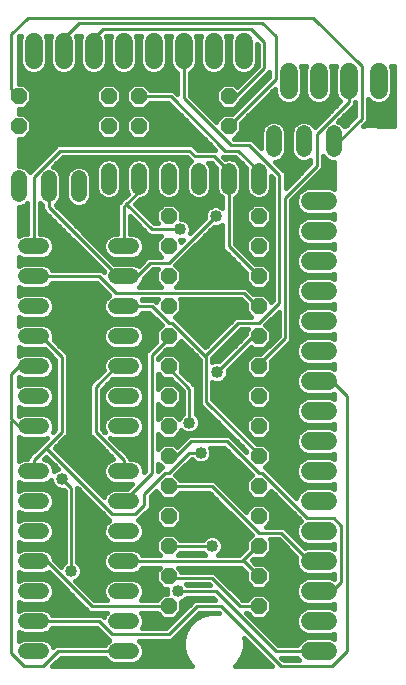
<source format=gbl>
G75*
%MOIN*%
%OFA0B0*%
%FSLAX25Y25*%
%IPPOS*%
%LPD*%
%AMOC8*
5,1,8,0,0,1.08239X$1,22.5*
%
%ADD10C,0.05200*%
%ADD11OC8,0.05200*%
%ADD12C,0.06000*%
%ADD13C,0.01000*%
%ADD14C,0.04000*%
%ADD15C,0.01600*%
D10*
X0010900Y0011000D02*
X0016100Y0011000D01*
X0016100Y0021000D02*
X0010900Y0021000D01*
X0010900Y0031000D02*
X0016100Y0031000D01*
X0016100Y0041000D02*
X0010900Y0041000D01*
X0010900Y0051000D02*
X0016100Y0051000D01*
X0016100Y0061000D02*
X0010900Y0061000D01*
X0010900Y0071000D02*
X0016100Y0071000D01*
X0016100Y0086000D02*
X0010900Y0086000D01*
X0010900Y0096000D02*
X0016100Y0096000D01*
X0016100Y0106000D02*
X0010900Y0106000D01*
X0010900Y0116000D02*
X0016100Y0116000D01*
X0016100Y0126000D02*
X0010900Y0126000D01*
X0010900Y0136000D02*
X0016100Y0136000D01*
X0016100Y0146000D02*
X0010900Y0146000D01*
X0008500Y0163400D02*
X0008500Y0168600D01*
X0018500Y0168600D02*
X0018500Y0163400D01*
X0028500Y0163400D02*
X0028500Y0168600D01*
X0038500Y0171100D02*
X0038500Y0165900D01*
X0048500Y0165900D02*
X0048500Y0171100D01*
X0058500Y0171100D02*
X0058500Y0165900D01*
X0068500Y0165900D02*
X0068500Y0171100D01*
X0078500Y0171100D02*
X0078500Y0165900D01*
X0088500Y0165900D02*
X0088500Y0171100D01*
X0093500Y0178400D02*
X0093500Y0183600D01*
X0103500Y0183600D02*
X0103500Y0178400D01*
X0113500Y0178400D02*
X0113500Y0183600D01*
X0046100Y0146000D02*
X0040900Y0146000D01*
X0040900Y0136000D02*
X0046100Y0136000D01*
X0046100Y0126000D02*
X0040900Y0126000D01*
X0040900Y0116000D02*
X0046100Y0116000D01*
X0046100Y0106000D02*
X0040900Y0106000D01*
X0040900Y0096000D02*
X0046100Y0096000D01*
X0046100Y0086000D02*
X0040900Y0086000D01*
X0040900Y0071000D02*
X0046100Y0071000D01*
X0046100Y0061000D02*
X0040900Y0061000D01*
X0040900Y0051000D02*
X0046100Y0051000D01*
X0046100Y0041000D02*
X0040900Y0041000D01*
X0040900Y0031000D02*
X0046100Y0031000D01*
X0046100Y0021000D02*
X0040900Y0021000D01*
X0040900Y0011000D02*
X0046100Y0011000D01*
D11*
X0058500Y0026000D03*
X0058500Y0036000D03*
X0058500Y0046000D03*
X0058500Y0056000D03*
X0058500Y0066000D03*
X0058500Y0076000D03*
X0058500Y0086000D03*
X0058500Y0096000D03*
X0058500Y0106000D03*
X0058500Y0116000D03*
X0058500Y0126000D03*
X0058500Y0136000D03*
X0058500Y0146000D03*
X0058500Y0156000D03*
X0048500Y0186000D03*
X0048500Y0196000D03*
X0038500Y0196000D03*
X0038500Y0186000D03*
X0008500Y0186000D03*
X0008500Y0196000D03*
X0078500Y0196000D03*
X0078500Y0186000D03*
X0088500Y0156000D03*
X0088500Y0146000D03*
X0088500Y0136000D03*
X0088500Y0126000D03*
X0088500Y0116000D03*
X0088500Y0106000D03*
X0088500Y0096000D03*
X0088500Y0086000D03*
X0088500Y0076000D03*
X0088500Y0066000D03*
X0088500Y0056000D03*
X0088500Y0046000D03*
X0088500Y0036000D03*
X0088500Y0026000D03*
D12*
X0105500Y0021000D02*
X0111500Y0021000D01*
X0111500Y0011000D02*
X0105500Y0011000D01*
X0105500Y0031000D02*
X0111500Y0031000D01*
X0111500Y0041000D02*
X0105500Y0041000D01*
X0105500Y0051000D02*
X0111500Y0051000D01*
X0111500Y0061000D02*
X0105500Y0061000D01*
X0105500Y0071000D02*
X0111500Y0071000D01*
X0111500Y0081000D02*
X0105500Y0081000D01*
X0105500Y0091000D02*
X0111500Y0091000D01*
X0111500Y0101000D02*
X0105500Y0101000D01*
X0105500Y0111000D02*
X0111500Y0111000D01*
X0111500Y0121000D02*
X0105500Y0121000D01*
X0105500Y0131000D02*
X0111500Y0131000D01*
X0111500Y0141000D02*
X0105500Y0141000D01*
X0105500Y0151000D02*
X0111500Y0151000D01*
X0111500Y0161000D02*
X0105500Y0161000D01*
X0108500Y0198000D02*
X0108500Y0204000D01*
X0098500Y0204000D02*
X0098500Y0198000D01*
X0083500Y0208000D02*
X0083500Y0214000D01*
X0073500Y0214000D02*
X0073500Y0208000D01*
X0063500Y0208000D02*
X0063500Y0214000D01*
X0053500Y0214000D02*
X0053500Y0208000D01*
X0043500Y0208000D02*
X0043500Y0214000D01*
X0033500Y0214000D02*
X0033500Y0208000D01*
X0023500Y0208000D02*
X0023500Y0214000D01*
X0013500Y0214000D02*
X0013500Y0208000D01*
X0118500Y0204000D02*
X0118500Y0198000D01*
X0128500Y0198000D02*
X0128500Y0204000D01*
D13*
X0006000Y0087875D02*
X0006000Y0010375D01*
X0010375Y0006000D01*
X0016625Y0006000D01*
X0021625Y0011000D01*
X0043500Y0011000D01*
X0039750Y0016625D02*
X0058500Y0016625D01*
X0067875Y0026000D01*
X0076000Y0026000D01*
X0096000Y0006000D01*
X0112875Y0006000D01*
X0117875Y0011000D01*
X0117875Y0096000D01*
X0112875Y0101000D01*
X0108500Y0101000D01*
X0097250Y0115375D02*
X0088500Y0106625D01*
X0088500Y0106000D01*
X0088500Y0116000D02*
X0086625Y0116000D01*
X0074750Y0104125D01*
X0071000Y0109125D02*
X0071000Y0094125D01*
X0088500Y0076625D01*
X0088500Y0076000D01*
X0088500Y0070375D02*
X0089750Y0070375D01*
X0104750Y0055375D01*
X0113500Y0055375D01*
X0116000Y0052875D01*
X0116000Y0034125D01*
X0112875Y0031000D01*
X0108500Y0031000D01*
X0108500Y0041000D02*
X0105375Y0041000D01*
X0096000Y0050375D01*
X0088500Y0050375D01*
X0072875Y0066000D01*
X0058500Y0066000D01*
X0058500Y0070375D02*
X0057250Y0070375D01*
X0050375Y0063500D01*
X0050375Y0059750D01*
X0047250Y0056625D01*
X0039750Y0056625D01*
X0017563Y0078813D01*
X0013500Y0074750D01*
X0013500Y0071000D01*
X0017563Y0078813D02*
X0022875Y0084125D01*
X0022875Y0109125D01*
X0016000Y0116000D01*
X0013500Y0116000D01*
X0013500Y0106000D02*
X0008500Y0106000D01*
X0006000Y0103500D01*
X0006000Y0088500D01*
X0006312Y0088187D01*
X0006000Y0087875D01*
X0006312Y0088187D02*
X0008500Y0086000D01*
X0013500Y0086000D01*
X0022875Y0068500D02*
X0026000Y0065375D01*
X0026000Y0037875D01*
X0017875Y0041000D02*
X0032875Y0026000D01*
X0058500Y0026000D01*
X0061625Y0031000D02*
X0074125Y0031000D01*
X0094125Y0011000D01*
X0108500Y0011000D01*
X0088500Y0026000D02*
X0082250Y0026000D01*
X0072875Y0035375D01*
X0059125Y0035375D01*
X0058500Y0036000D01*
X0058500Y0046000D02*
X0072875Y0046000D01*
X0082875Y0041000D02*
X0083188Y0041313D01*
X0088500Y0036000D01*
X0083188Y0041313D02*
X0087875Y0046000D01*
X0088500Y0046000D01*
X0082875Y0041000D02*
X0043500Y0041000D01*
X0043500Y0061000D02*
X0052875Y0070375D01*
X0052875Y0109750D01*
X0058500Y0115375D01*
X0058500Y0116000D01*
X0058500Y0120375D02*
X0059750Y0120375D01*
X0070688Y0109437D01*
X0081625Y0120375D01*
X0088500Y0120375D01*
X0095375Y0127250D01*
X0095375Y0169750D01*
X0085375Y0179750D01*
X0079125Y0179750D01*
X0063500Y0195375D01*
X0063500Y0211000D01*
X0059125Y0196000D02*
X0077250Y0177875D01*
X0081625Y0177875D01*
X0088500Y0171000D01*
X0088500Y0168500D01*
X0097250Y0162250D02*
X0097250Y0115375D01*
X0088500Y0126000D02*
X0087875Y0126000D01*
X0083500Y0130375D01*
X0041000Y0130375D01*
X0035375Y0136000D01*
X0013500Y0136000D01*
X0013500Y0146000D02*
X0013500Y0169125D01*
X0022250Y0177875D01*
X0065375Y0177875D01*
X0067250Y0176000D01*
X0073500Y0176000D01*
X0078500Y0171000D01*
X0078500Y0168500D01*
X0078500Y0146000D01*
X0088500Y0136000D01*
X0074125Y0156000D02*
X0058500Y0140375D01*
X0052250Y0140375D01*
X0047875Y0136000D01*
X0043500Y0136000D01*
X0041625Y0136000D01*
X0018500Y0159125D01*
X0018500Y0166000D01*
X0008500Y0196000D02*
X0006000Y0198500D01*
X0006000Y0216625D01*
X0011625Y0222250D01*
X0106625Y0222250D01*
X0122875Y0206000D01*
X0122875Y0188500D01*
X0115375Y0181000D01*
X0113500Y0181000D01*
X0107875Y0183500D02*
X0107875Y0172875D01*
X0097250Y0162250D01*
X0107875Y0183500D02*
X0118500Y0194125D01*
X0118500Y0201000D01*
X0094125Y0201625D02*
X0094125Y0216000D01*
X0089750Y0220375D01*
X0028500Y0220375D01*
X0023500Y0215375D01*
X0023500Y0211000D01*
X0033500Y0211000D02*
X0033500Y0215375D01*
X0036625Y0218500D01*
X0086000Y0218500D01*
X0090375Y0214125D01*
X0090375Y0205375D01*
X0081000Y0196000D01*
X0078500Y0196000D01*
X0078500Y0186000D02*
X0094125Y0201625D01*
X0062250Y0151625D02*
X0052875Y0151625D01*
X0044437Y0160063D01*
X0043500Y0159125D01*
X0043500Y0146000D01*
X0044437Y0160063D02*
X0048500Y0164125D01*
X0048500Y0168500D01*
X0048500Y0196000D02*
X0059125Y0196000D01*
X0052875Y0126000D02*
X0043500Y0126000D01*
X0052875Y0126000D02*
X0058500Y0120375D01*
X0058500Y0106000D02*
X0058500Y0105375D01*
X0065375Y0098500D01*
X0065375Y0087250D01*
X0066000Y0081000D02*
X0077875Y0081000D01*
X0088500Y0070375D01*
X0069125Y0077250D02*
X0065375Y0077250D01*
X0058500Y0070375D01*
X0058500Y0076000D02*
X0061000Y0076000D01*
X0066000Y0081000D01*
X0071000Y0109125D02*
X0070688Y0109437D01*
X0043500Y0106000D02*
X0041000Y0106000D01*
X0034125Y0099125D01*
X0034125Y0084125D01*
X0043500Y0074750D01*
X0043500Y0071000D01*
X0017875Y0041000D02*
X0013500Y0041000D01*
X0013500Y0021000D02*
X0035375Y0021000D01*
X0039750Y0016625D01*
D14*
X0026000Y0037875D03*
X0022875Y0068500D03*
X0061625Y0031000D03*
X0072875Y0046000D03*
X0069125Y0077250D03*
X0065375Y0087250D03*
X0074750Y0104125D03*
X0062250Y0151625D03*
X0074125Y0156000D03*
D15*
X0075948Y0152859D02*
X0076400Y0152859D01*
X0076164Y0152948D02*
X0076400Y0153184D01*
X0076400Y0145130D01*
X0077630Y0143900D01*
X0084300Y0137230D01*
X0084300Y0134260D01*
X0086760Y0131800D01*
X0090240Y0131800D01*
X0092700Y0134260D01*
X0092700Y0137740D01*
X0090240Y0140200D01*
X0087270Y0140200D01*
X0080600Y0146870D01*
X0080600Y0162224D01*
X0080879Y0162339D01*
X0082061Y0163521D01*
X0082700Y0165065D01*
X0082700Y0171935D01*
X0082061Y0173479D01*
X0080879Y0174661D01*
X0079335Y0175300D01*
X0077665Y0175300D01*
X0077315Y0175155D01*
X0076695Y0175775D01*
X0080755Y0175775D01*
X0084386Y0172144D01*
X0084300Y0171935D01*
X0084300Y0165065D01*
X0084939Y0163521D01*
X0086121Y0162339D01*
X0087665Y0161700D01*
X0089335Y0161700D01*
X0090879Y0162339D01*
X0092061Y0163521D01*
X0092700Y0165065D01*
X0092700Y0169455D01*
X0093275Y0168880D01*
X0093275Y0128120D01*
X0092700Y0127545D01*
X0092700Y0127740D01*
X0090240Y0130200D01*
X0086760Y0130200D01*
X0086703Y0130142D01*
X0084370Y0132475D01*
X0060915Y0132475D01*
X0062700Y0134260D01*
X0062700Y0137740D01*
X0060767Y0139672D01*
X0073495Y0152400D01*
X0074841Y0152400D01*
X0076164Y0152948D01*
X0076400Y0151260D02*
X0072355Y0151260D01*
X0070756Y0149662D02*
X0076400Y0149662D01*
X0076400Y0148063D02*
X0069158Y0148063D01*
X0067559Y0146465D02*
X0076400Y0146465D01*
X0076664Y0144866D02*
X0065961Y0144866D01*
X0064362Y0143268D02*
X0078263Y0143268D01*
X0079861Y0141669D02*
X0062764Y0141669D01*
X0061165Y0140070D02*
X0081460Y0140070D01*
X0083058Y0138472D02*
X0061968Y0138472D01*
X0062700Y0136873D02*
X0084300Y0136873D01*
X0084300Y0135275D02*
X0062700Y0135275D01*
X0062116Y0133676D02*
X0084884Y0133676D01*
X0084767Y0132078D02*
X0086482Y0132078D01*
X0086365Y0130479D02*
X0093275Y0130479D01*
X0093275Y0128881D02*
X0091559Y0128881D01*
X0090518Y0132078D02*
X0093275Y0132078D01*
X0093275Y0133676D02*
X0092116Y0133676D01*
X0092700Y0135275D02*
X0093275Y0135275D01*
X0093275Y0136873D02*
X0092700Y0136873D01*
X0093275Y0138472D02*
X0091968Y0138472D01*
X0093275Y0140070D02*
X0090369Y0140070D01*
X0090240Y0141800D02*
X0092700Y0144260D01*
X0092700Y0147740D01*
X0090240Y0150200D01*
X0086760Y0150200D01*
X0084300Y0147740D01*
X0084300Y0144260D01*
X0086760Y0141800D01*
X0090240Y0141800D01*
X0091707Y0143268D02*
X0093275Y0143268D01*
X0093275Y0144866D02*
X0092700Y0144866D01*
X0092700Y0146465D02*
X0093275Y0146465D01*
X0093275Y0148063D02*
X0092377Y0148063D01*
X0093275Y0149662D02*
X0090778Y0149662D01*
X0090240Y0151800D02*
X0092700Y0154260D01*
X0092700Y0157740D01*
X0090240Y0160200D01*
X0086760Y0160200D01*
X0084300Y0157740D01*
X0084300Y0154260D01*
X0086760Y0151800D01*
X0090240Y0151800D01*
X0091298Y0152859D02*
X0093275Y0152859D01*
X0093275Y0154457D02*
X0092700Y0154457D01*
X0092700Y0156056D02*
X0093275Y0156056D01*
X0093275Y0157654D02*
X0092700Y0157654D01*
X0093275Y0159253D02*
X0091187Y0159253D01*
X0090989Y0162450D02*
X0093275Y0162450D01*
X0093275Y0164048D02*
X0092279Y0164048D01*
X0092700Y0165647D02*
X0093275Y0165647D01*
X0093275Y0167245D02*
X0092700Y0167245D01*
X0092700Y0168844D02*
X0093275Y0168844D01*
X0096245Y0171850D02*
X0093895Y0174200D01*
X0094335Y0174200D01*
X0095879Y0174839D01*
X0097061Y0176021D01*
X0097700Y0177565D01*
X0097700Y0184435D01*
X0097061Y0185979D01*
X0095879Y0187161D01*
X0094335Y0187800D01*
X0092665Y0187800D01*
X0091121Y0187161D01*
X0089939Y0185979D01*
X0089300Y0184435D01*
X0089300Y0178795D01*
X0086245Y0181850D01*
X0080290Y0181850D01*
X0082700Y0184260D01*
X0082700Y0187230D01*
X0093900Y0198430D01*
X0093900Y0197085D01*
X0094600Y0195394D01*
X0095894Y0194100D01*
X0097585Y0193400D01*
X0099415Y0193400D01*
X0101106Y0194100D01*
X0102400Y0195394D01*
X0103100Y0197085D01*
X0103100Y0204915D01*
X0102651Y0206000D01*
X0104349Y0206000D01*
X0103900Y0204915D01*
X0103900Y0197085D01*
X0104600Y0195394D01*
X0105894Y0194100D01*
X0107585Y0193400D01*
X0109415Y0193400D01*
X0111106Y0194100D01*
X0112400Y0195394D01*
X0113100Y0197085D01*
X0113100Y0204915D01*
X0112651Y0206000D01*
X0114349Y0206000D01*
X0113900Y0204915D01*
X0113900Y0197085D01*
X0114600Y0195394D01*
X0115700Y0194295D01*
X0107155Y0185750D01*
X0107061Y0185979D01*
X0105879Y0187161D01*
X0104335Y0187800D01*
X0102665Y0187800D01*
X0101121Y0187161D01*
X0099939Y0185979D01*
X0099300Y0184435D01*
X0099300Y0177565D01*
X0099939Y0176021D01*
X0101121Y0174839D01*
X0102665Y0174200D01*
X0104335Y0174200D01*
X0105775Y0174796D01*
X0105775Y0173745D01*
X0097475Y0165445D01*
X0097475Y0170620D01*
X0096245Y0171850D01*
X0096054Y0172041D02*
X0104071Y0172041D01*
X0105669Y0173639D02*
X0094456Y0173639D01*
X0096277Y0175238D02*
X0100723Y0175238D01*
X0099602Y0176836D02*
X0097398Y0176836D01*
X0097700Y0178435D02*
X0099300Y0178435D01*
X0099300Y0180033D02*
X0097700Y0180033D01*
X0097700Y0181632D02*
X0099300Y0181632D01*
X0099300Y0183230D02*
X0097700Y0183230D01*
X0097537Y0184829D02*
X0099463Y0184829D01*
X0100388Y0186427D02*
X0096612Y0186427D01*
X0095575Y0194420D02*
X0089890Y0194420D01*
X0091488Y0196018D02*
X0094342Y0196018D01*
X0093900Y0197617D02*
X0093087Y0197617D01*
X0090344Y0200814D02*
X0088784Y0200814D01*
X0088746Y0199215D02*
X0087185Y0199215D01*
X0087147Y0197617D02*
X0085587Y0197617D01*
X0085549Y0196018D02*
X0083988Y0196018D01*
X0083950Y0194420D02*
X0082700Y0194420D01*
X0082700Y0194260D02*
X0082700Y0194730D01*
X0091245Y0203275D01*
X0092025Y0204055D01*
X0092025Y0202495D01*
X0079730Y0190200D01*
X0076760Y0190200D01*
X0074300Y0187740D01*
X0074300Y0187545D01*
X0065600Y0196245D01*
X0065600Y0203891D01*
X0066106Y0204100D01*
X0067400Y0205394D01*
X0068100Y0207085D01*
X0068100Y0214915D01*
X0067651Y0216000D01*
X0069349Y0216000D01*
X0068900Y0214915D01*
X0068900Y0207085D01*
X0069600Y0205394D01*
X0070894Y0204100D01*
X0072585Y0203400D01*
X0074415Y0203400D01*
X0076106Y0204100D01*
X0077400Y0205394D01*
X0078100Y0207085D01*
X0078100Y0214915D01*
X0077651Y0216000D01*
X0079349Y0216000D01*
X0078900Y0214915D01*
X0078900Y0207085D01*
X0079600Y0205394D01*
X0080894Y0204100D01*
X0082585Y0203400D01*
X0084415Y0203400D01*
X0086106Y0204100D01*
X0087400Y0205394D01*
X0088100Y0207085D01*
X0088100Y0213430D01*
X0088275Y0213255D01*
X0088275Y0206245D01*
X0081235Y0199205D01*
X0080240Y0200200D01*
X0076760Y0200200D01*
X0074300Y0197740D01*
X0074300Y0194260D01*
X0076760Y0191800D01*
X0080240Y0191800D01*
X0082700Y0194260D01*
X0082352Y0192821D02*
X0081261Y0192821D01*
X0080753Y0191223D02*
X0070622Y0191223D01*
X0072220Y0189624D02*
X0076185Y0189624D01*
X0074586Y0188026D02*
X0073819Y0188026D01*
X0075739Y0192821D02*
X0069023Y0192821D01*
X0067425Y0194420D02*
X0074300Y0194420D01*
X0074300Y0196018D02*
X0065826Y0196018D01*
X0065600Y0197617D02*
X0074300Y0197617D01*
X0075776Y0199215D02*
X0065600Y0199215D01*
X0065600Y0200814D02*
X0082844Y0200814D01*
X0081246Y0199215D02*
X0081224Y0199215D01*
X0084443Y0202412D02*
X0065600Y0202412D01*
X0065890Y0204011D02*
X0071110Y0204011D01*
X0069511Y0205609D02*
X0067489Y0205609D01*
X0068100Y0207208D02*
X0068900Y0207208D01*
X0068900Y0208806D02*
X0068100Y0208806D01*
X0068100Y0210405D02*
X0068900Y0210405D01*
X0068900Y0212003D02*
X0068100Y0212003D01*
X0068100Y0213602D02*
X0068900Y0213602D01*
X0069018Y0215201D02*
X0067982Y0215201D01*
X0059600Y0205394D02*
X0060894Y0204100D01*
X0061400Y0203891D01*
X0061400Y0196695D01*
X0059995Y0198100D01*
X0052340Y0198100D01*
X0050240Y0200200D01*
X0046760Y0200200D01*
X0044300Y0197740D01*
X0044300Y0194260D01*
X0046760Y0191800D01*
X0050240Y0191800D01*
X0052340Y0193900D01*
X0058255Y0193900D01*
X0074055Y0178100D01*
X0068120Y0178100D01*
X0066245Y0179975D01*
X0021380Y0179975D01*
X0020150Y0178745D01*
X0012155Y0170750D01*
X0012061Y0170979D01*
X0010879Y0172161D01*
X0009335Y0172800D01*
X0008500Y0172800D01*
X0008500Y0181800D01*
X0010240Y0181800D01*
X0012700Y0184260D01*
X0012700Y0187740D01*
X0010240Y0190200D01*
X0008500Y0190200D01*
X0008500Y0191800D01*
X0010240Y0191800D01*
X0012700Y0194260D01*
X0012700Y0197740D01*
X0010240Y0200200D01*
X0008500Y0200200D01*
X0008500Y0216000D01*
X0009349Y0216000D01*
X0008900Y0214915D01*
X0008900Y0207085D01*
X0009600Y0205394D01*
X0010894Y0204100D01*
X0012585Y0203400D01*
X0014415Y0203400D01*
X0016106Y0204100D01*
X0017400Y0205394D01*
X0018100Y0207085D01*
X0018100Y0214915D01*
X0017651Y0216000D01*
X0019349Y0216000D01*
X0018900Y0214915D01*
X0018900Y0207085D01*
X0019600Y0205394D01*
X0020894Y0204100D01*
X0022585Y0203400D01*
X0024415Y0203400D01*
X0026106Y0204100D01*
X0027400Y0205394D01*
X0028100Y0207085D01*
X0028100Y0214915D01*
X0027651Y0216000D01*
X0029349Y0216000D01*
X0028900Y0214915D01*
X0028900Y0207085D01*
X0029600Y0205394D01*
X0030894Y0204100D01*
X0032585Y0203400D01*
X0034415Y0203400D01*
X0036106Y0204100D01*
X0037400Y0205394D01*
X0038100Y0207085D01*
X0038100Y0214915D01*
X0037651Y0216000D01*
X0039349Y0216000D01*
X0038900Y0214915D01*
X0038900Y0207085D01*
X0039600Y0205394D01*
X0040894Y0204100D01*
X0042585Y0203400D01*
X0044415Y0203400D01*
X0046106Y0204100D01*
X0047400Y0205394D01*
X0048100Y0207085D01*
X0048100Y0214915D01*
X0047651Y0216000D01*
X0049349Y0216000D01*
X0048900Y0214915D01*
X0048900Y0207085D01*
X0049600Y0205394D01*
X0050894Y0204100D01*
X0052585Y0203400D01*
X0054415Y0203400D01*
X0056106Y0204100D01*
X0057400Y0205394D01*
X0058100Y0207085D01*
X0058100Y0214915D01*
X0057651Y0216000D01*
X0059349Y0216000D01*
X0058900Y0214915D01*
X0058900Y0207085D01*
X0059600Y0205394D01*
X0059511Y0205609D02*
X0057489Y0205609D01*
X0058100Y0207208D02*
X0058900Y0207208D01*
X0058900Y0208806D02*
X0058100Y0208806D01*
X0058100Y0210405D02*
X0058900Y0210405D01*
X0058900Y0212003D02*
X0058100Y0212003D01*
X0058100Y0213602D02*
X0058900Y0213602D01*
X0059018Y0215201D02*
X0057982Y0215201D01*
X0055890Y0204011D02*
X0061110Y0204011D01*
X0061400Y0202412D02*
X0008500Y0202412D01*
X0008500Y0200814D02*
X0061400Y0200814D01*
X0061400Y0199215D02*
X0051224Y0199215D01*
X0051110Y0204011D02*
X0045890Y0204011D01*
X0047489Y0205609D02*
X0049511Y0205609D01*
X0048900Y0207208D02*
X0048100Y0207208D01*
X0048100Y0208806D02*
X0048900Y0208806D01*
X0048900Y0210405D02*
X0048100Y0210405D01*
X0048100Y0212003D02*
X0048900Y0212003D01*
X0048900Y0213602D02*
X0048100Y0213602D01*
X0047982Y0215201D02*
X0049018Y0215201D01*
X0041110Y0204011D02*
X0035890Y0204011D01*
X0037489Y0205609D02*
X0039511Y0205609D01*
X0038900Y0207208D02*
X0038100Y0207208D01*
X0038100Y0208806D02*
X0038900Y0208806D01*
X0038900Y0210405D02*
X0038100Y0210405D01*
X0038100Y0212003D02*
X0038900Y0212003D01*
X0038900Y0213602D02*
X0038100Y0213602D01*
X0037982Y0215201D02*
X0039018Y0215201D01*
X0031110Y0204011D02*
X0025890Y0204011D01*
X0027489Y0205609D02*
X0029511Y0205609D01*
X0028900Y0207208D02*
X0028100Y0207208D01*
X0028100Y0208806D02*
X0028900Y0208806D01*
X0028900Y0210405D02*
X0028100Y0210405D01*
X0028100Y0212003D02*
X0028900Y0212003D01*
X0028900Y0213602D02*
X0028100Y0213602D01*
X0027982Y0215201D02*
X0029018Y0215201D01*
X0021110Y0204011D02*
X0015890Y0204011D01*
X0017489Y0205609D02*
X0019511Y0205609D01*
X0018900Y0207208D02*
X0018100Y0207208D01*
X0018100Y0208806D02*
X0018900Y0208806D01*
X0018900Y0210405D02*
X0018100Y0210405D01*
X0018100Y0212003D02*
X0018900Y0212003D01*
X0018900Y0213602D02*
X0018100Y0213602D01*
X0017982Y0215201D02*
X0019018Y0215201D01*
X0011110Y0204011D02*
X0008500Y0204011D01*
X0008500Y0205609D02*
X0009511Y0205609D01*
X0008900Y0207208D02*
X0008500Y0207208D01*
X0008500Y0208806D02*
X0008900Y0208806D01*
X0008900Y0210405D02*
X0008500Y0210405D01*
X0008500Y0212003D02*
X0008900Y0212003D01*
X0008900Y0213602D02*
X0008500Y0213602D01*
X0008500Y0215201D02*
X0009018Y0215201D01*
X0011224Y0199215D02*
X0035776Y0199215D01*
X0036760Y0200200D02*
X0034300Y0197740D01*
X0034300Y0194260D01*
X0036760Y0191800D01*
X0040240Y0191800D01*
X0042700Y0194260D01*
X0042700Y0197740D01*
X0040240Y0200200D01*
X0036760Y0200200D01*
X0034300Y0197617D02*
X0012700Y0197617D01*
X0012700Y0196018D02*
X0034300Y0196018D01*
X0034300Y0194420D02*
X0012700Y0194420D01*
X0011261Y0192821D02*
X0035739Y0192821D01*
X0036760Y0190200D02*
X0034300Y0187740D01*
X0034300Y0184260D01*
X0036760Y0181800D01*
X0040240Y0181800D01*
X0042700Y0184260D01*
X0042700Y0187740D01*
X0040240Y0190200D01*
X0036760Y0190200D01*
X0036185Y0189624D02*
X0010815Y0189624D01*
X0012414Y0188026D02*
X0034586Y0188026D01*
X0034300Y0186427D02*
X0012700Y0186427D01*
X0012700Y0184829D02*
X0034300Y0184829D01*
X0035330Y0183230D02*
X0011670Y0183230D01*
X0008500Y0181632D02*
X0070523Y0181632D01*
X0072122Y0180033D02*
X0008500Y0180033D01*
X0008500Y0178435D02*
X0019840Y0178435D01*
X0018241Y0176836D02*
X0008500Y0176836D01*
X0008500Y0175238D02*
X0016643Y0175238D01*
X0015044Y0173639D02*
X0008500Y0173639D01*
X0010999Y0172041D02*
X0013446Y0172041D01*
X0019908Y0172563D02*
X0023120Y0175775D01*
X0064505Y0175775D01*
X0065150Y0175130D01*
X0065870Y0174410D01*
X0064939Y0173479D01*
X0064300Y0171935D01*
X0064300Y0165065D01*
X0064939Y0163521D01*
X0066121Y0162339D01*
X0067665Y0161700D01*
X0069335Y0161700D01*
X0070879Y0162339D01*
X0072061Y0163521D01*
X0072700Y0165065D01*
X0072700Y0171935D01*
X0072061Y0173479D01*
X0071640Y0173900D01*
X0072630Y0173900D01*
X0074386Y0172144D01*
X0074300Y0171935D01*
X0074300Y0165065D01*
X0074939Y0163521D01*
X0076121Y0162339D01*
X0076400Y0162224D01*
X0076400Y0158816D01*
X0076164Y0159052D01*
X0074841Y0159600D01*
X0073409Y0159600D01*
X0072086Y0159052D01*
X0071073Y0158039D01*
X0070525Y0156716D01*
X0070525Y0155370D01*
X0065699Y0150543D01*
X0065850Y0150909D01*
X0065850Y0152341D01*
X0065302Y0153664D01*
X0064289Y0154677D01*
X0062966Y0155225D01*
X0062700Y0155225D01*
X0062700Y0157740D01*
X0060240Y0160200D01*
X0056760Y0160200D01*
X0054300Y0157740D01*
X0054300Y0154260D01*
X0054835Y0153725D01*
X0053745Y0153725D01*
X0047407Y0160062D01*
X0049045Y0161700D01*
X0049335Y0161700D01*
X0050879Y0162339D01*
X0052061Y0163521D01*
X0052700Y0165065D01*
X0052700Y0171935D01*
X0052061Y0173479D01*
X0050879Y0174661D01*
X0049335Y0175300D01*
X0047665Y0175300D01*
X0046121Y0174661D01*
X0044939Y0173479D01*
X0044300Y0171935D01*
X0044300Y0165065D01*
X0044936Y0163530D01*
X0042338Y0160932D01*
X0041400Y0159995D01*
X0041400Y0150200D01*
X0040065Y0150200D01*
X0038521Y0149561D01*
X0037339Y0148379D01*
X0036700Y0146835D01*
X0036700Y0145165D01*
X0037339Y0143621D01*
X0038521Y0142439D01*
X0040065Y0141800D01*
X0046935Y0141800D01*
X0048479Y0142439D01*
X0049661Y0143621D01*
X0050300Y0145165D01*
X0050300Y0146835D01*
X0049661Y0148379D01*
X0048479Y0149561D01*
X0046935Y0150200D01*
X0045600Y0150200D01*
X0045600Y0155930D01*
X0052005Y0149525D01*
X0056085Y0149525D01*
X0054300Y0147740D01*
X0054300Y0144260D01*
X0056085Y0142475D01*
X0051380Y0142475D01*
X0048470Y0139564D01*
X0046935Y0140200D01*
X0040395Y0140200D01*
X0020792Y0159803D01*
X0020879Y0159839D01*
X0022061Y0161021D01*
X0022700Y0162565D01*
X0022700Y0169435D01*
X0022061Y0170979D01*
X0020879Y0172161D01*
X0019908Y0172563D01*
X0020999Y0172041D02*
X0026001Y0172041D01*
X0026121Y0172161D02*
X0024939Y0170979D01*
X0024300Y0169435D01*
X0024300Y0162565D01*
X0024939Y0161021D01*
X0026121Y0159839D01*
X0027665Y0159200D01*
X0029335Y0159200D01*
X0030879Y0159839D01*
X0032061Y0161021D01*
X0032700Y0162565D01*
X0032700Y0169435D01*
X0032061Y0170979D01*
X0030879Y0172161D01*
X0029335Y0172800D01*
X0027665Y0172800D01*
X0026121Y0172161D01*
X0024717Y0170442D02*
X0022283Y0170442D01*
X0022700Y0168844D02*
X0024300Y0168844D01*
X0024300Y0167245D02*
X0022700Y0167245D01*
X0022700Y0165647D02*
X0024300Y0165647D01*
X0024300Y0164048D02*
X0022700Y0164048D01*
X0022652Y0162450D02*
X0024348Y0162450D01*
X0025109Y0160851D02*
X0021891Y0160851D01*
X0021342Y0159253D02*
X0027538Y0159253D01*
X0029462Y0159253D02*
X0041400Y0159253D01*
X0041400Y0157654D02*
X0022941Y0157654D01*
X0024539Y0156056D02*
X0041400Y0156056D01*
X0041400Y0154457D02*
X0026138Y0154457D01*
X0027736Y0152859D02*
X0041400Y0152859D01*
X0041400Y0151260D02*
X0029335Y0151260D01*
X0030933Y0149662D02*
X0038765Y0149662D01*
X0037209Y0148063D02*
X0032532Y0148063D01*
X0034130Y0146465D02*
X0036700Y0146465D01*
X0036824Y0144866D02*
X0035729Y0144866D01*
X0037327Y0143268D02*
X0037693Y0143268D01*
X0038926Y0141669D02*
X0050574Y0141669D01*
X0049307Y0143268D02*
X0055293Y0143268D01*
X0054300Y0144866D02*
X0050176Y0144866D01*
X0050300Y0146465D02*
X0054300Y0146465D01*
X0054623Y0148063D02*
X0049791Y0148063D01*
X0048235Y0149662D02*
X0051869Y0149662D01*
X0050270Y0151260D02*
X0045600Y0151260D01*
X0045600Y0152859D02*
X0048672Y0152859D01*
X0047073Y0154457D02*
X0045600Y0154457D01*
X0048217Y0159253D02*
X0055813Y0159253D01*
X0054300Y0157654D02*
X0049816Y0157654D01*
X0051414Y0156056D02*
X0054300Y0156056D01*
X0054300Y0154457D02*
X0053013Y0154457D01*
X0048196Y0160851D02*
X0076400Y0160851D01*
X0076400Y0159253D02*
X0075680Y0159253D01*
X0076011Y0162450D02*
X0070989Y0162450D01*
X0072279Y0164048D02*
X0074721Y0164048D01*
X0074300Y0165647D02*
X0072700Y0165647D01*
X0072700Y0167245D02*
X0074300Y0167245D01*
X0074300Y0168844D02*
X0072700Y0168844D01*
X0072700Y0170442D02*
X0074300Y0170442D01*
X0074344Y0172041D02*
X0072656Y0172041D01*
X0072891Y0173639D02*
X0071900Y0173639D01*
X0073720Y0178435D02*
X0067785Y0178435D01*
X0065042Y0175238D02*
X0059486Y0175238D01*
X0059335Y0175300D02*
X0057665Y0175300D01*
X0056121Y0174661D01*
X0054939Y0173479D01*
X0054300Y0171935D01*
X0054300Y0165065D01*
X0054939Y0163521D01*
X0056121Y0162339D01*
X0057665Y0161700D01*
X0059335Y0161700D01*
X0060879Y0162339D01*
X0062061Y0163521D01*
X0062700Y0165065D01*
X0062700Y0171935D01*
X0062061Y0173479D01*
X0060879Y0174661D01*
X0059335Y0175300D01*
X0061900Y0173639D02*
X0065100Y0173639D01*
X0064344Y0172041D02*
X0062656Y0172041D01*
X0062700Y0170442D02*
X0064300Y0170442D01*
X0064300Y0168844D02*
X0062700Y0168844D01*
X0062700Y0167245D02*
X0064300Y0167245D01*
X0064300Y0165647D02*
X0062700Y0165647D01*
X0062279Y0164048D02*
X0064721Y0164048D01*
X0066011Y0162450D02*
X0060989Y0162450D01*
X0061187Y0159253D02*
X0072570Y0159253D01*
X0070914Y0157654D02*
X0062700Y0157654D01*
X0062700Y0156056D02*
X0070525Y0156056D01*
X0069612Y0154457D02*
X0064509Y0154457D01*
X0065636Y0152859D02*
X0068014Y0152859D01*
X0066415Y0151260D02*
X0065850Y0151260D01*
X0063332Y0148176D02*
X0062700Y0147545D01*
X0062700Y0147740D01*
X0062415Y0148025D01*
X0062966Y0148025D01*
X0063332Y0148176D01*
X0063218Y0148063D02*
X0063058Y0148063D01*
X0054835Y0138275D02*
X0054300Y0137740D01*
X0054300Y0134260D01*
X0056085Y0132475D01*
X0048515Y0132475D01*
X0049661Y0133621D01*
X0050300Y0135165D01*
X0050300Y0135455D01*
X0053120Y0138275D01*
X0054835Y0138275D01*
X0054300Y0136873D02*
X0051718Y0136873D01*
X0050300Y0135275D02*
X0054300Y0135275D01*
X0054884Y0133676D02*
X0049684Y0133676D01*
X0049704Y0128275D02*
X0054835Y0128275D01*
X0054300Y0127740D01*
X0054300Y0127545D01*
X0053745Y0128100D01*
X0049776Y0128100D01*
X0049704Y0128275D01*
X0049776Y0123900D02*
X0052005Y0123900D01*
X0056233Y0119672D01*
X0054300Y0117740D01*
X0054300Y0114260D01*
X0054358Y0114203D01*
X0052005Y0111850D01*
X0050775Y0110620D01*
X0050775Y0071245D01*
X0050300Y0070770D01*
X0050300Y0071835D01*
X0049661Y0073379D01*
X0048479Y0074561D01*
X0046935Y0075200D01*
X0045600Y0075200D01*
X0045600Y0075620D01*
X0038964Y0082256D01*
X0040065Y0081800D01*
X0046935Y0081800D01*
X0048479Y0082439D01*
X0049661Y0083621D01*
X0050300Y0085165D01*
X0050300Y0086835D01*
X0049661Y0088379D01*
X0048479Y0089561D01*
X0046935Y0090200D01*
X0040065Y0090200D01*
X0038521Y0089561D01*
X0037339Y0088379D01*
X0036700Y0086835D01*
X0036700Y0085165D01*
X0037156Y0084064D01*
X0036225Y0084995D01*
X0036225Y0098255D01*
X0039856Y0101886D01*
X0040065Y0101800D01*
X0046935Y0101800D01*
X0048479Y0102439D01*
X0049661Y0103621D01*
X0050300Y0105165D01*
X0050300Y0106835D01*
X0049661Y0108379D01*
X0048479Y0109561D01*
X0046935Y0110200D01*
X0040065Y0110200D01*
X0038521Y0109561D01*
X0037339Y0108379D01*
X0036700Y0106835D01*
X0036700Y0105165D01*
X0036845Y0104815D01*
X0032025Y0099995D01*
X0032025Y0083255D01*
X0033255Y0082025D01*
X0040080Y0075200D01*
X0040065Y0075200D01*
X0038521Y0074561D01*
X0037339Y0073379D01*
X0036700Y0071835D01*
X0036700Y0070165D01*
X0037339Y0068621D01*
X0038521Y0067439D01*
X0040065Y0066800D01*
X0046330Y0066800D01*
X0044730Y0065200D01*
X0040065Y0065200D01*
X0038521Y0064561D01*
X0037339Y0063379D01*
X0036937Y0062408D01*
X0020532Y0078813D01*
X0023745Y0082025D01*
X0024975Y0083255D01*
X0024975Y0109995D01*
X0020155Y0114815D01*
X0020300Y0115165D01*
X0020300Y0116835D01*
X0019661Y0118379D01*
X0018479Y0119561D01*
X0016935Y0120200D01*
X0010065Y0120200D01*
X0008521Y0119561D01*
X0008500Y0119540D01*
X0008500Y0122460D01*
X0008521Y0122439D01*
X0010065Y0121800D01*
X0016935Y0121800D01*
X0018479Y0122439D01*
X0019661Y0123621D01*
X0020300Y0125165D01*
X0020300Y0126835D01*
X0019661Y0128379D01*
X0018479Y0129561D01*
X0016935Y0130200D01*
X0010065Y0130200D01*
X0008521Y0129561D01*
X0008500Y0129540D01*
X0008500Y0132460D01*
X0008521Y0132439D01*
X0010065Y0131800D01*
X0016935Y0131800D01*
X0018479Y0132439D01*
X0019661Y0133621D01*
X0019776Y0133900D01*
X0034505Y0133900D01*
X0038750Y0129655D01*
X0038521Y0129561D01*
X0037339Y0128379D01*
X0036700Y0126835D01*
X0036700Y0125165D01*
X0037339Y0123621D01*
X0038521Y0122439D01*
X0040065Y0121800D01*
X0046935Y0121800D01*
X0048479Y0122439D01*
X0049661Y0123621D01*
X0049776Y0123900D01*
X0048527Y0122487D02*
X0053418Y0122487D01*
X0055017Y0120888D02*
X0008500Y0120888D01*
X0008500Y0112460D02*
X0008521Y0112439D01*
X0010065Y0111800D01*
X0016935Y0111800D01*
X0017144Y0111886D01*
X0020775Y0108255D01*
X0020775Y0084995D01*
X0019844Y0084064D01*
X0020300Y0085165D01*
X0020300Y0086835D01*
X0019661Y0088379D01*
X0018479Y0089561D01*
X0016935Y0090200D01*
X0010065Y0090200D01*
X0008521Y0089561D01*
X0008500Y0089540D01*
X0008500Y0092460D01*
X0008521Y0092439D01*
X0010065Y0091800D01*
X0016935Y0091800D01*
X0018479Y0092439D01*
X0019661Y0093621D01*
X0020300Y0095165D01*
X0020300Y0096835D01*
X0019661Y0098379D01*
X0018479Y0099561D01*
X0016935Y0100200D01*
X0010065Y0100200D01*
X0008521Y0099561D01*
X0008500Y0099540D01*
X0008500Y0102460D01*
X0008521Y0102439D01*
X0010065Y0101800D01*
X0016935Y0101800D01*
X0018479Y0102439D01*
X0019661Y0103621D01*
X0020300Y0105165D01*
X0020300Y0106835D01*
X0019661Y0108379D01*
X0018479Y0109561D01*
X0016935Y0110200D01*
X0010065Y0110200D01*
X0008521Y0109561D01*
X0008500Y0109540D01*
X0008500Y0112460D01*
X0008500Y0111297D02*
X0017733Y0111297D01*
X0018145Y0109699D02*
X0019331Y0109699D01*
X0019776Y0108100D02*
X0020775Y0108100D01*
X0020775Y0106502D02*
X0020300Y0106502D01*
X0020192Y0104903D02*
X0020775Y0104903D01*
X0020775Y0103305D02*
X0019344Y0103305D01*
X0020775Y0101706D02*
X0008500Y0101706D01*
X0008500Y0100108D02*
X0009842Y0100108D01*
X0009304Y0092115D02*
X0008500Y0092115D01*
X0008500Y0090517D02*
X0020775Y0090517D01*
X0020775Y0092115D02*
X0017696Y0092115D01*
X0019699Y0093714D02*
X0020775Y0093714D01*
X0020775Y0095312D02*
X0020300Y0095312D01*
X0020269Y0096911D02*
X0020775Y0096911D01*
X0020775Y0098509D02*
X0019530Y0098509D01*
X0020775Y0100108D02*
X0017158Y0100108D01*
X0019122Y0088918D02*
X0020775Y0088918D01*
X0020775Y0087320D02*
X0020099Y0087320D01*
X0020300Y0085721D02*
X0020775Y0085721D01*
X0019903Y0084123D02*
X0019868Y0084123D01*
X0018036Y0082256D02*
X0016693Y0080912D01*
X0016693Y0080912D01*
X0015462Y0079682D01*
X0011400Y0075620D01*
X0011400Y0075200D01*
X0010065Y0075200D01*
X0008521Y0074561D01*
X0008500Y0074540D01*
X0008500Y0082460D01*
X0008521Y0082439D01*
X0010065Y0081800D01*
X0016935Y0081800D01*
X0018036Y0082256D01*
X0016706Y0080926D02*
X0008500Y0080926D01*
X0008500Y0079327D02*
X0015107Y0079327D01*
X0015462Y0079682D02*
X0015462Y0079682D01*
X0013509Y0077729D02*
X0008500Y0077729D01*
X0008500Y0076130D02*
X0011910Y0076130D01*
X0016920Y0075200D02*
X0017562Y0075843D01*
X0021555Y0071850D01*
X0020836Y0071552D01*
X0020300Y0071016D01*
X0020300Y0071835D01*
X0019661Y0073379D01*
X0018479Y0074561D01*
X0016935Y0075200D01*
X0016920Y0075200D01*
X0018508Y0074532D02*
X0018874Y0074532D01*
X0019845Y0072933D02*
X0020472Y0072933D01*
X0020618Y0071334D02*
X0020300Y0071334D01*
X0019275Y0068235D02*
X0019275Y0067784D01*
X0019823Y0066461D01*
X0020836Y0065448D01*
X0022159Y0064900D01*
X0023505Y0064900D01*
X0023900Y0064505D01*
X0023900Y0040866D01*
X0022948Y0039914D01*
X0022650Y0039195D01*
X0020300Y0041545D01*
X0020300Y0041835D01*
X0019661Y0043379D01*
X0018479Y0044561D01*
X0016935Y0045200D01*
X0010065Y0045200D01*
X0008521Y0044561D01*
X0008500Y0044540D01*
X0008500Y0047460D01*
X0008521Y0047439D01*
X0010065Y0046800D01*
X0016935Y0046800D01*
X0018479Y0047439D01*
X0019661Y0048621D01*
X0020300Y0050165D01*
X0020300Y0051835D01*
X0019661Y0053379D01*
X0018479Y0054561D01*
X0016935Y0055200D01*
X0010065Y0055200D01*
X0008521Y0054561D01*
X0008500Y0054540D01*
X0008500Y0057460D01*
X0008521Y0057439D01*
X0010065Y0056800D01*
X0016935Y0056800D01*
X0018479Y0057439D01*
X0019661Y0058621D01*
X0020300Y0060165D01*
X0020300Y0061835D01*
X0019661Y0063379D01*
X0018479Y0064561D01*
X0016935Y0065200D01*
X0010065Y0065200D01*
X0008521Y0064561D01*
X0008500Y0064540D01*
X0008500Y0067460D01*
X0008521Y0067439D01*
X0010065Y0066800D01*
X0016935Y0066800D01*
X0018479Y0067439D01*
X0019275Y0068235D01*
X0019275Y0068137D02*
X0019177Y0068137D01*
X0019791Y0066539D02*
X0008500Y0066539D01*
X0008500Y0064940D02*
X0009438Y0064940D01*
X0009707Y0056948D02*
X0008500Y0056948D01*
X0008500Y0055349D02*
X0023900Y0055349D01*
X0023900Y0053751D02*
X0019289Y0053751D01*
X0020169Y0052152D02*
X0023900Y0052152D01*
X0023900Y0050554D02*
X0020300Y0050554D01*
X0019799Y0048955D02*
X0023900Y0048955D01*
X0023900Y0047357D02*
X0018280Y0047357D01*
X0018880Y0044160D02*
X0023900Y0044160D01*
X0023900Y0045758D02*
X0008500Y0045758D01*
X0008500Y0047357D02*
X0008720Y0047357D01*
X0008500Y0037460D02*
X0008521Y0037439D01*
X0010065Y0036800D01*
X0016935Y0036800D01*
X0018470Y0037436D01*
X0030775Y0025130D01*
X0030775Y0025130D01*
X0032005Y0023900D01*
X0037860Y0023900D01*
X0037339Y0023379D01*
X0036937Y0022408D01*
X0036245Y0023100D01*
X0019776Y0023100D01*
X0019661Y0023379D01*
X0018479Y0024561D01*
X0016935Y0025200D01*
X0010065Y0025200D01*
X0008521Y0024561D01*
X0008500Y0024540D01*
X0008500Y0027460D01*
X0008521Y0027439D01*
X0010065Y0026800D01*
X0016935Y0026800D01*
X0018479Y0027439D01*
X0019661Y0028621D01*
X0020300Y0030165D01*
X0020300Y0031835D01*
X0019661Y0033379D01*
X0018479Y0034561D01*
X0016935Y0035200D01*
X0010065Y0035200D01*
X0008521Y0034561D01*
X0008500Y0034540D01*
X0008500Y0037460D01*
X0008500Y0036167D02*
X0019738Y0036167D01*
X0018459Y0034569D02*
X0021336Y0034569D01*
X0019830Y0032970D02*
X0022935Y0032970D01*
X0024533Y0031372D02*
X0020300Y0031372D01*
X0020138Y0029773D02*
X0026132Y0029773D01*
X0027730Y0028175D02*
X0019214Y0028175D01*
X0017472Y0024978D02*
X0030927Y0024978D01*
X0029329Y0026576D02*
X0008500Y0026576D01*
X0008500Y0024978D02*
X0009528Y0024978D01*
X0008500Y0017460D02*
X0008521Y0017439D01*
X0010065Y0016800D01*
X0016935Y0016800D01*
X0018479Y0017439D01*
X0019661Y0018621D01*
X0019776Y0018900D01*
X0034505Y0018900D01*
X0037650Y0015755D01*
X0038750Y0014655D01*
X0038521Y0014561D01*
X0037339Y0013379D01*
X0037224Y0013100D01*
X0020755Y0013100D01*
X0020063Y0012408D01*
X0019661Y0013379D01*
X0018479Y0014561D01*
X0016935Y0015200D01*
X0010065Y0015200D01*
X0008521Y0014561D01*
X0008500Y0014540D01*
X0008500Y0017460D01*
X0008500Y0016985D02*
X0009618Y0016985D01*
X0008500Y0015387D02*
X0038019Y0015387D01*
X0037748Y0013788D02*
X0019252Y0013788D01*
X0017382Y0016985D02*
X0036420Y0016985D01*
X0034822Y0018584D02*
X0019623Y0018584D01*
X0019661Y0023379D02*
X0037339Y0023379D01*
X0037860Y0028100D02*
X0033745Y0028100D01*
X0027320Y0034525D01*
X0028039Y0034823D01*
X0029052Y0035836D01*
X0029600Y0037159D01*
X0029600Y0038591D01*
X0029052Y0039914D01*
X0028100Y0040866D01*
X0028100Y0065305D01*
X0038750Y0054655D01*
X0038521Y0054561D01*
X0037339Y0053379D01*
X0036700Y0051835D01*
X0036700Y0050165D01*
X0037339Y0048621D01*
X0038521Y0047439D01*
X0040065Y0046800D01*
X0046935Y0046800D01*
X0048479Y0047439D01*
X0049661Y0048621D01*
X0050300Y0050165D01*
X0050300Y0051835D01*
X0049661Y0053379D01*
X0048479Y0054561D01*
X0048250Y0054655D01*
X0049350Y0055755D01*
X0052475Y0058880D01*
X0052475Y0062630D01*
X0054300Y0064455D01*
X0054300Y0064260D01*
X0056760Y0061800D01*
X0060240Y0061800D01*
X0062340Y0063900D01*
X0072005Y0063900D01*
X0086233Y0049672D01*
X0084300Y0047740D01*
X0084300Y0045395D01*
X0082318Y0043412D01*
X0082005Y0043100D01*
X0075066Y0043100D01*
X0075927Y0043961D01*
X0076475Y0045284D01*
X0076475Y0046716D01*
X0075927Y0048039D01*
X0074914Y0049052D01*
X0073591Y0049600D01*
X0072159Y0049600D01*
X0070836Y0049052D01*
X0069884Y0048100D01*
X0062340Y0048100D01*
X0060240Y0050200D01*
X0056760Y0050200D01*
X0054300Y0047740D01*
X0054300Y0044260D01*
X0055460Y0043100D01*
X0049776Y0043100D01*
X0049661Y0043379D01*
X0048479Y0044561D01*
X0046935Y0045200D01*
X0040065Y0045200D01*
X0038521Y0044561D01*
X0037339Y0043379D01*
X0036700Y0041835D01*
X0036700Y0040165D01*
X0037339Y0038621D01*
X0038521Y0037439D01*
X0040065Y0036800D01*
X0046935Y0036800D01*
X0048479Y0037439D01*
X0049661Y0038621D01*
X0049776Y0038900D01*
X0055460Y0038900D01*
X0054300Y0037740D01*
X0054300Y0034260D01*
X0056760Y0031800D01*
X0058060Y0031800D01*
X0058025Y0031716D01*
X0058025Y0030284D01*
X0058060Y0030200D01*
X0056760Y0030200D01*
X0054660Y0028100D01*
X0049140Y0028100D01*
X0049661Y0028621D01*
X0050300Y0030165D01*
X0050300Y0031835D01*
X0049661Y0033379D01*
X0048479Y0034561D01*
X0046935Y0035200D01*
X0040065Y0035200D01*
X0038521Y0034561D01*
X0037339Y0033379D01*
X0036700Y0031835D01*
X0036700Y0030165D01*
X0037339Y0028621D01*
X0037860Y0028100D01*
X0037786Y0028175D02*
X0033670Y0028175D01*
X0032072Y0029773D02*
X0036862Y0029773D01*
X0036700Y0031372D02*
X0030473Y0031372D01*
X0028875Y0032970D02*
X0037170Y0032970D01*
X0038541Y0034569D02*
X0027425Y0034569D01*
X0029189Y0036167D02*
X0054300Y0036167D01*
X0054300Y0034569D02*
X0048459Y0034569D01*
X0049830Y0032970D02*
X0055590Y0032970D01*
X0056334Y0029773D02*
X0050138Y0029773D01*
X0050300Y0031372D02*
X0058025Y0031372D01*
X0054735Y0028175D02*
X0049214Y0028175D01*
X0049140Y0023900D02*
X0054660Y0023900D01*
X0056760Y0021800D01*
X0060240Y0021800D01*
X0062700Y0024260D01*
X0062700Y0027549D01*
X0063664Y0027948D01*
X0064616Y0028900D01*
X0073255Y0028900D01*
X0074055Y0028100D01*
X0067005Y0028100D01*
X0065775Y0026870D01*
X0057630Y0018725D01*
X0049704Y0018725D01*
X0050300Y0020165D01*
X0050300Y0021835D01*
X0049661Y0023379D01*
X0049140Y0023900D01*
X0049661Y0023379D02*
X0055181Y0023379D01*
X0059087Y0020182D02*
X0050300Y0020182D01*
X0050300Y0021781D02*
X0060686Y0021781D01*
X0061819Y0023379D02*
X0062284Y0023379D01*
X0062700Y0024978D02*
X0063883Y0024978D01*
X0062700Y0026576D02*
X0065481Y0026576D01*
X0063891Y0028175D02*
X0073980Y0028175D01*
X0075130Y0023900D02*
X0075350Y0023680D01*
X0074858Y0023812D01*
X0072142Y0023812D01*
X0069520Y0023109D01*
X0067168Y0021751D01*
X0065248Y0019832D01*
X0063891Y0017480D01*
X0063188Y0014858D01*
X0063188Y0012142D01*
X0063891Y0009520D01*
X0065248Y0007168D01*
X0066417Y0006000D01*
X0019595Y0006000D01*
X0022495Y0008900D01*
X0037224Y0008900D01*
X0037339Y0008621D01*
X0038521Y0007439D01*
X0040065Y0006800D01*
X0046935Y0006800D01*
X0048479Y0007439D01*
X0049661Y0008621D01*
X0050300Y0010165D01*
X0050300Y0011835D01*
X0049661Y0013379D01*
X0048515Y0014525D01*
X0059370Y0014525D01*
X0068745Y0023900D01*
X0075130Y0023900D01*
X0070528Y0023379D02*
X0068224Y0023379D01*
X0067219Y0021781D02*
X0066625Y0021781D01*
X0065599Y0020182D02*
X0065027Y0020182D01*
X0064528Y0018584D02*
X0063428Y0018584D01*
X0063758Y0016985D02*
X0061830Y0016985D01*
X0063330Y0015387D02*
X0060231Y0015387D01*
X0063188Y0013788D02*
X0049252Y0013788D01*
X0050153Y0012190D02*
X0063188Y0012190D01*
X0063604Y0010591D02*
X0050300Y0010591D01*
X0049815Y0008993D02*
X0064195Y0008993D01*
X0065118Y0007394D02*
X0048370Y0007394D01*
X0038630Y0007394D02*
X0020989Y0007394D01*
X0008541Y0034569D02*
X0008500Y0034569D01*
X0020882Y0040963D02*
X0023900Y0040963D01*
X0023900Y0042561D02*
X0019999Y0042561D01*
X0022481Y0039364D02*
X0022720Y0039364D01*
X0028100Y0040963D02*
X0036700Y0040963D01*
X0037001Y0042561D02*
X0028100Y0042561D01*
X0028100Y0044160D02*
X0038120Y0044160D01*
X0038720Y0047357D02*
X0028100Y0047357D01*
X0028100Y0048955D02*
X0037201Y0048955D01*
X0036700Y0050554D02*
X0028100Y0050554D01*
X0028100Y0052152D02*
X0036831Y0052152D01*
X0037711Y0053751D02*
X0028100Y0053751D01*
X0028100Y0055349D02*
X0038056Y0055349D01*
X0036457Y0056948D02*
X0028100Y0056948D01*
X0028100Y0058546D02*
X0034859Y0058546D01*
X0033260Y0060145D02*
X0028100Y0060145D01*
X0028100Y0061743D02*
X0031662Y0061743D01*
X0030063Y0063342D02*
X0028100Y0063342D01*
X0028100Y0064940D02*
X0028465Y0064940D01*
X0031207Y0068137D02*
X0037823Y0068137D01*
X0036878Y0069736D02*
X0029609Y0069736D01*
X0028010Y0071334D02*
X0036700Y0071334D01*
X0037155Y0072933D02*
X0026412Y0072933D01*
X0024813Y0074532D02*
X0038492Y0074532D01*
X0039150Y0076130D02*
X0023215Y0076130D01*
X0021616Y0077729D02*
X0037552Y0077729D01*
X0035953Y0079327D02*
X0021047Y0079327D01*
X0022645Y0080926D02*
X0034355Y0080926D01*
X0032756Y0082524D02*
X0024244Y0082524D01*
X0023745Y0082025D02*
X0023745Y0082025D01*
X0024975Y0084123D02*
X0032025Y0084123D01*
X0032025Y0085721D02*
X0024975Y0085721D01*
X0024975Y0087320D02*
X0032025Y0087320D01*
X0032025Y0088918D02*
X0024975Y0088918D01*
X0024975Y0090517D02*
X0032025Y0090517D01*
X0032025Y0092115D02*
X0024975Y0092115D01*
X0024975Y0093714D02*
X0032025Y0093714D01*
X0032025Y0095312D02*
X0024975Y0095312D01*
X0024975Y0096911D02*
X0032025Y0096911D01*
X0032025Y0098509D02*
X0024975Y0098509D01*
X0024975Y0100108D02*
X0032138Y0100108D01*
X0033736Y0101706D02*
X0024975Y0101706D01*
X0024975Y0103305D02*
X0035335Y0103305D01*
X0036808Y0104903D02*
X0024975Y0104903D01*
X0024975Y0106502D02*
X0036700Y0106502D01*
X0037224Y0108100D02*
X0024975Y0108100D01*
X0024975Y0109699D02*
X0038855Y0109699D01*
X0040065Y0111800D02*
X0038521Y0112439D01*
X0037339Y0113621D01*
X0036700Y0115165D01*
X0036700Y0116835D01*
X0037339Y0118379D01*
X0038521Y0119561D01*
X0040065Y0120200D01*
X0046935Y0120200D01*
X0048479Y0119561D01*
X0049661Y0118379D01*
X0050300Y0116835D01*
X0050300Y0115165D01*
X0049661Y0113621D01*
X0048479Y0112439D01*
X0046935Y0111800D01*
X0040065Y0111800D01*
X0038065Y0112896D02*
X0022074Y0112896D01*
X0020476Y0114494D02*
X0036978Y0114494D01*
X0036700Y0116093D02*
X0020300Y0116093D01*
X0019945Y0117691D02*
X0037055Y0117691D01*
X0038250Y0119290D02*
X0018750Y0119290D01*
X0018527Y0122487D02*
X0038473Y0122487D01*
X0037147Y0124085D02*
X0019853Y0124085D01*
X0020300Y0125684D02*
X0036700Y0125684D01*
X0036885Y0127282D02*
X0020115Y0127282D01*
X0019159Y0128881D02*
X0037841Y0128881D01*
X0037926Y0130479D02*
X0008500Y0130479D01*
X0008500Y0132078D02*
X0009394Y0132078D01*
X0008500Y0139540D02*
X0008500Y0142460D01*
X0008521Y0142439D01*
X0010065Y0141800D01*
X0016935Y0141800D01*
X0018479Y0142439D01*
X0019661Y0143621D01*
X0020300Y0145165D01*
X0020300Y0146835D01*
X0019661Y0148379D01*
X0018479Y0149561D01*
X0016935Y0150200D01*
X0015600Y0150200D01*
X0015600Y0160360D01*
X0016121Y0159839D01*
X0016400Y0159724D01*
X0016400Y0158255D01*
X0037028Y0137627D01*
X0036937Y0137408D01*
X0036245Y0138100D01*
X0019776Y0138100D01*
X0019661Y0138379D01*
X0018479Y0139561D01*
X0016935Y0140200D01*
X0010065Y0140200D01*
X0008521Y0139561D01*
X0008500Y0139540D01*
X0008500Y0140070D02*
X0009752Y0140070D01*
X0008500Y0141669D02*
X0032986Y0141669D01*
X0031388Y0143268D02*
X0019307Y0143268D01*
X0020176Y0144866D02*
X0029789Y0144866D01*
X0028191Y0146465D02*
X0020300Y0146465D01*
X0019791Y0148063D02*
X0026592Y0148063D01*
X0024994Y0149662D02*
X0018235Y0149662D01*
X0015600Y0151260D02*
X0023395Y0151260D01*
X0021797Y0152859D02*
X0015600Y0152859D01*
X0015600Y0154457D02*
X0020198Y0154457D01*
X0018600Y0156056D02*
X0015600Y0156056D01*
X0015600Y0157654D02*
X0017001Y0157654D01*
X0016400Y0159253D02*
X0015600Y0159253D01*
X0011400Y0159253D02*
X0009462Y0159253D01*
X0009335Y0159200D02*
X0010879Y0159839D01*
X0011400Y0160360D01*
X0011400Y0150200D01*
X0010065Y0150200D01*
X0008521Y0149561D01*
X0008500Y0149540D01*
X0008500Y0159200D01*
X0009335Y0159200D01*
X0008500Y0157654D02*
X0011400Y0157654D01*
X0011400Y0156056D02*
X0008500Y0156056D01*
X0008500Y0154457D02*
X0011400Y0154457D01*
X0011400Y0152859D02*
X0008500Y0152859D01*
X0008500Y0151260D02*
X0011400Y0151260D01*
X0008765Y0149662D02*
X0008500Y0149662D01*
X0017248Y0140070D02*
X0034585Y0140070D01*
X0036183Y0138472D02*
X0019568Y0138472D01*
X0019684Y0133676D02*
X0034729Y0133676D01*
X0036327Y0132078D02*
X0017606Y0132078D01*
X0023673Y0111297D02*
X0051452Y0111297D01*
X0052005Y0111850D02*
X0052005Y0111850D01*
X0053051Y0112896D02*
X0048935Y0112896D01*
X0050022Y0114494D02*
X0054300Y0114494D01*
X0054300Y0116093D02*
X0050300Y0116093D01*
X0049945Y0117691D02*
X0054300Y0117691D01*
X0055850Y0119290D02*
X0048750Y0119290D01*
X0048145Y0109699D02*
X0050775Y0109699D01*
X0050775Y0108100D02*
X0049776Y0108100D01*
X0050300Y0106502D02*
X0050775Y0106502D01*
X0050775Y0104903D02*
X0050192Y0104903D01*
X0050775Y0103305D02*
X0049344Y0103305D01*
X0050775Y0101706D02*
X0039676Y0101706D01*
X0040065Y0100200D02*
X0038521Y0099561D01*
X0037339Y0098379D01*
X0036700Y0096835D01*
X0036700Y0095165D01*
X0037339Y0093621D01*
X0038521Y0092439D01*
X0040065Y0091800D01*
X0046935Y0091800D01*
X0048479Y0092439D01*
X0049661Y0093621D01*
X0050300Y0095165D01*
X0050300Y0096835D01*
X0049661Y0098379D01*
X0048479Y0099561D01*
X0046935Y0100200D01*
X0040065Y0100200D01*
X0039842Y0100108D02*
X0038078Y0100108D01*
X0037470Y0098509D02*
X0036479Y0098509D01*
X0036731Y0096911D02*
X0036225Y0096911D01*
X0036225Y0095312D02*
X0036700Y0095312D01*
X0036225Y0093714D02*
X0037301Y0093714D01*
X0036225Y0092115D02*
X0039304Y0092115D01*
X0037878Y0088918D02*
X0036225Y0088918D01*
X0036225Y0087320D02*
X0036901Y0087320D01*
X0036700Y0085721D02*
X0036225Y0085721D01*
X0037097Y0084123D02*
X0037132Y0084123D01*
X0040294Y0080926D02*
X0050775Y0080926D01*
X0050775Y0082524D02*
X0048564Y0082524D01*
X0049868Y0084123D02*
X0050775Y0084123D01*
X0050775Y0085721D02*
X0050300Y0085721D01*
X0050099Y0087320D02*
X0050775Y0087320D01*
X0050775Y0088918D02*
X0049122Y0088918D01*
X0047696Y0092115D02*
X0050775Y0092115D01*
X0050775Y0090517D02*
X0036225Y0090517D01*
X0041893Y0079327D02*
X0050775Y0079327D01*
X0050775Y0077729D02*
X0043491Y0077729D01*
X0045090Y0076130D02*
X0050775Y0076130D01*
X0050775Y0074532D02*
X0048508Y0074532D01*
X0049845Y0072933D02*
X0050775Y0072933D01*
X0050775Y0071334D02*
X0050300Y0071334D01*
X0054975Y0071334D02*
X0055240Y0071334D01*
X0054975Y0071070D02*
X0054975Y0073585D01*
X0056233Y0072328D01*
X0054975Y0071070D01*
X0054975Y0072933D02*
X0055627Y0072933D01*
X0054975Y0078415D02*
X0054975Y0083585D01*
X0056760Y0081800D01*
X0060240Y0081800D01*
X0062700Y0084260D01*
X0062700Y0084834D01*
X0063336Y0084198D01*
X0064659Y0083650D01*
X0066091Y0083650D01*
X0067414Y0084198D01*
X0068427Y0085211D01*
X0068975Y0086534D01*
X0068975Y0087966D01*
X0068427Y0089289D01*
X0067475Y0090241D01*
X0067475Y0099370D01*
X0062642Y0104203D01*
X0062700Y0104260D01*
X0062700Y0107740D01*
X0060240Y0110200D01*
X0056760Y0110200D01*
X0054975Y0108415D01*
X0054975Y0108880D01*
X0057895Y0111800D01*
X0060240Y0111800D01*
X0062700Y0114260D01*
X0062700Y0114455D01*
X0068588Y0108568D01*
X0068588Y0108568D01*
X0068900Y0108255D01*
X0068900Y0093255D01*
X0084358Y0077797D01*
X0084300Y0077740D01*
X0084300Y0077545D01*
X0078745Y0083100D01*
X0077005Y0083100D01*
X0065130Y0083100D01*
X0063900Y0081870D01*
X0061235Y0079205D01*
X0060240Y0080200D01*
X0056760Y0080200D01*
X0054975Y0078415D01*
X0054975Y0079327D02*
X0055887Y0079327D01*
X0054975Y0080926D02*
X0062956Y0080926D01*
X0064554Y0082524D02*
X0060964Y0082524D01*
X0062562Y0084123D02*
X0063518Y0084123D01*
X0067232Y0084123D02*
X0078033Y0084123D01*
X0079321Y0082524D02*
X0079631Y0082524D01*
X0080919Y0080926D02*
X0081230Y0080926D01*
X0082518Y0079327D02*
X0082828Y0079327D01*
X0084116Y0077729D02*
X0084300Y0077729D01*
X0087169Y0080926D02*
X0100900Y0080926D01*
X0100900Y0080085D02*
X0101600Y0078394D01*
X0102894Y0077100D01*
X0104585Y0076400D01*
X0112415Y0076400D01*
X0113500Y0076849D01*
X0113500Y0075151D01*
X0112415Y0075600D01*
X0104585Y0075600D01*
X0102894Y0074900D01*
X0101600Y0073606D01*
X0100900Y0071915D01*
X0100900Y0070085D01*
X0101600Y0068394D01*
X0102894Y0067100D01*
X0104585Y0066400D01*
X0112415Y0066400D01*
X0113500Y0066849D01*
X0113500Y0065151D01*
X0112415Y0065600D01*
X0104585Y0065600D01*
X0102894Y0064900D01*
X0101600Y0063606D01*
X0100982Y0062113D01*
X0090767Y0072328D01*
X0092700Y0074260D01*
X0092700Y0077740D01*
X0090240Y0080200D01*
X0087895Y0080200D01*
X0073100Y0094995D01*
X0073100Y0100912D01*
X0074034Y0100525D01*
X0075466Y0100525D01*
X0076789Y0101073D01*
X0077802Y0102086D01*
X0078350Y0103409D01*
X0078350Y0104755D01*
X0086078Y0112483D01*
X0086760Y0111800D01*
X0090240Y0111800D01*
X0092700Y0114260D01*
X0092700Y0117740D01*
X0090767Y0119672D01*
X0095150Y0124055D01*
X0095150Y0116245D01*
X0089105Y0110200D01*
X0086760Y0110200D01*
X0084300Y0107740D01*
X0084300Y0104260D01*
X0086760Y0101800D01*
X0090240Y0101800D01*
X0092700Y0104260D01*
X0092700Y0107740D01*
X0092642Y0107797D01*
X0099350Y0114505D01*
X0099350Y0161380D01*
X0109975Y0172005D01*
X0109975Y0175985D01*
X0111121Y0174839D01*
X0112665Y0174200D01*
X0113500Y0174200D01*
X0113500Y0165151D01*
X0112415Y0165600D01*
X0104585Y0165600D01*
X0102894Y0164900D01*
X0101600Y0163606D01*
X0100900Y0161915D01*
X0100900Y0160085D01*
X0101600Y0158394D01*
X0102894Y0157100D01*
X0104585Y0156400D01*
X0112415Y0156400D01*
X0113500Y0156849D01*
X0113500Y0155151D01*
X0112415Y0155600D01*
X0104585Y0155600D01*
X0102894Y0154900D01*
X0101600Y0153606D01*
X0100900Y0151915D01*
X0100900Y0150085D01*
X0101600Y0148394D01*
X0102894Y0147100D01*
X0104585Y0146400D01*
X0112415Y0146400D01*
X0113500Y0146849D01*
X0113500Y0145151D01*
X0112415Y0145600D01*
X0104585Y0145600D01*
X0102894Y0144900D01*
X0101600Y0143606D01*
X0100900Y0141915D01*
X0100900Y0140085D01*
X0101600Y0138394D01*
X0102894Y0137100D01*
X0104585Y0136400D01*
X0112415Y0136400D01*
X0113500Y0136849D01*
X0113500Y0135151D01*
X0112415Y0135600D01*
X0104585Y0135600D01*
X0102894Y0134900D01*
X0101600Y0133606D01*
X0100900Y0131915D01*
X0100900Y0130085D01*
X0101600Y0128394D01*
X0102894Y0127100D01*
X0104585Y0126400D01*
X0112415Y0126400D01*
X0113500Y0126849D01*
X0113500Y0125151D01*
X0112415Y0125600D01*
X0104585Y0125600D01*
X0102894Y0124900D01*
X0101600Y0123606D01*
X0100900Y0121915D01*
X0100900Y0120085D01*
X0101600Y0118394D01*
X0102894Y0117100D01*
X0104585Y0116400D01*
X0112415Y0116400D01*
X0113500Y0116849D01*
X0113500Y0115151D01*
X0112415Y0115600D01*
X0104585Y0115600D01*
X0102894Y0114900D01*
X0101600Y0113606D01*
X0100900Y0111915D01*
X0100900Y0110085D01*
X0101600Y0108394D01*
X0102894Y0107100D01*
X0104585Y0106400D01*
X0112415Y0106400D01*
X0113500Y0106849D01*
X0113500Y0105151D01*
X0112415Y0105600D01*
X0104585Y0105600D01*
X0102894Y0104900D01*
X0101600Y0103606D01*
X0100900Y0101915D01*
X0100900Y0100085D01*
X0101600Y0098394D01*
X0102894Y0097100D01*
X0104585Y0096400D01*
X0112415Y0096400D01*
X0113500Y0096849D01*
X0113500Y0095151D01*
X0112415Y0095600D01*
X0104585Y0095600D01*
X0102894Y0094900D01*
X0101600Y0093606D01*
X0100900Y0091915D01*
X0100900Y0090085D01*
X0101600Y0088394D01*
X0102894Y0087100D01*
X0104585Y0086400D01*
X0112415Y0086400D01*
X0113500Y0086849D01*
X0113500Y0085151D01*
X0112415Y0085600D01*
X0104585Y0085600D01*
X0102894Y0084900D01*
X0101600Y0083606D01*
X0100900Y0081915D01*
X0100900Y0080085D01*
X0101214Y0079327D02*
X0091113Y0079327D01*
X0092700Y0077729D02*
X0102266Y0077729D01*
X0102526Y0074532D02*
X0092700Y0074532D01*
X0092700Y0076130D02*
X0113500Y0076130D01*
X0113500Y0066539D02*
X0112750Y0066539D01*
X0104249Y0066539D02*
X0096556Y0066539D01*
X0098154Y0064940D02*
X0102993Y0064940D01*
X0101857Y0068137D02*
X0094957Y0068137D01*
X0093359Y0069736D02*
X0101045Y0069736D01*
X0100900Y0071334D02*
X0091760Y0071334D01*
X0091373Y0072933D02*
X0101322Y0072933D01*
X0101491Y0063342D02*
X0099753Y0063342D01*
X0097010Y0060145D02*
X0090295Y0060145D01*
X0090240Y0060200D02*
X0086760Y0060200D01*
X0084300Y0057740D01*
X0084300Y0057545D01*
X0073745Y0068100D01*
X0062340Y0068100D01*
X0060767Y0069672D01*
X0066189Y0075095D01*
X0067086Y0074198D01*
X0068409Y0073650D01*
X0069841Y0073650D01*
X0071164Y0074198D01*
X0072177Y0075211D01*
X0072725Y0076534D01*
X0072725Y0077966D01*
X0072338Y0078900D01*
X0077005Y0078900D01*
X0086233Y0069672D01*
X0084300Y0067740D01*
X0084300Y0064260D01*
X0086760Y0061800D01*
X0090240Y0061800D01*
X0092700Y0064260D01*
X0092700Y0064455D01*
X0102575Y0054580D01*
X0101600Y0053606D01*
X0100900Y0051915D01*
X0100900Y0050085D01*
X0101600Y0048394D01*
X0102894Y0047100D01*
X0104585Y0046400D01*
X0112415Y0046400D01*
X0113500Y0046849D01*
X0113500Y0045151D01*
X0112415Y0045600D01*
X0104585Y0045600D01*
X0103991Y0045354D01*
X0096870Y0052475D01*
X0090915Y0052475D01*
X0092700Y0054260D01*
X0092700Y0057740D01*
X0090240Y0060200D01*
X0091893Y0058546D02*
X0098609Y0058546D01*
X0100207Y0056948D02*
X0092700Y0056948D01*
X0092700Y0055349D02*
X0101806Y0055349D01*
X0101745Y0053751D02*
X0092191Y0053751D01*
X0092165Y0048275D02*
X0095130Y0048275D01*
X0101073Y0042332D01*
X0100900Y0041915D01*
X0100900Y0040085D01*
X0101600Y0038394D01*
X0102894Y0037100D01*
X0104585Y0036400D01*
X0112415Y0036400D01*
X0113500Y0036849D01*
X0113500Y0035151D01*
X0112415Y0035600D01*
X0104585Y0035600D01*
X0102894Y0034900D01*
X0101600Y0033606D01*
X0100900Y0031915D01*
X0100900Y0030085D01*
X0101600Y0028394D01*
X0102894Y0027100D01*
X0104585Y0026400D01*
X0112415Y0026400D01*
X0113500Y0026849D01*
X0113500Y0025151D01*
X0112415Y0025600D01*
X0104585Y0025600D01*
X0102894Y0024900D01*
X0101600Y0023606D01*
X0100900Y0021915D01*
X0100900Y0020085D01*
X0101600Y0018394D01*
X0102894Y0017100D01*
X0104585Y0016400D01*
X0112415Y0016400D01*
X0113500Y0016849D01*
X0113500Y0015151D01*
X0112415Y0015600D01*
X0104585Y0015600D01*
X0102894Y0014900D01*
X0101600Y0013606D01*
X0101391Y0013100D01*
X0094995Y0013100D01*
X0084195Y0023900D01*
X0084660Y0023900D01*
X0086760Y0021800D01*
X0090240Y0021800D01*
X0092700Y0024260D01*
X0092700Y0027740D01*
X0090240Y0030200D01*
X0086760Y0030200D01*
X0084660Y0028100D01*
X0083120Y0028100D01*
X0074975Y0036245D01*
X0073745Y0037475D01*
X0062700Y0037475D01*
X0062700Y0037740D01*
X0061540Y0038900D01*
X0082630Y0038900D01*
X0084300Y0037230D01*
X0084300Y0034260D01*
X0086760Y0031800D01*
X0090240Y0031800D01*
X0092700Y0034260D01*
X0092700Y0037740D01*
X0090240Y0040200D01*
X0087270Y0040200D01*
X0086157Y0041313D01*
X0086703Y0041858D01*
X0086760Y0041800D01*
X0090240Y0041800D01*
X0092700Y0044260D01*
X0092700Y0047740D01*
X0092165Y0048275D01*
X0092700Y0047357D02*
X0096048Y0047357D01*
X0097647Y0045758D02*
X0092700Y0045758D01*
X0092599Y0044160D02*
X0099245Y0044160D01*
X0100844Y0042561D02*
X0091001Y0042561D01*
X0091075Y0039364D02*
X0101199Y0039364D01*
X0100900Y0040963D02*
X0086507Y0040963D01*
X0083764Y0037766D02*
X0062674Y0037766D01*
X0064441Y0033275D02*
X0072005Y0033275D01*
X0072180Y0033100D01*
X0064616Y0033100D01*
X0064441Y0033275D01*
X0061540Y0043100D02*
X0070684Y0043100D01*
X0069884Y0043900D01*
X0062340Y0043900D01*
X0061540Y0043100D01*
X0061484Y0048955D02*
X0070739Y0048955D01*
X0075011Y0048955D02*
X0085516Y0048955D01*
X0085351Y0050554D02*
X0050300Y0050554D01*
X0050169Y0052152D02*
X0056408Y0052152D01*
X0056760Y0051800D02*
X0060240Y0051800D01*
X0062700Y0054260D01*
X0062700Y0057740D01*
X0060240Y0060200D01*
X0056760Y0060200D01*
X0054300Y0057740D01*
X0054300Y0054260D01*
X0056760Y0051800D01*
X0055516Y0048955D02*
X0049799Y0048955D01*
X0048280Y0047357D02*
X0054300Y0047357D01*
X0054300Y0045758D02*
X0028100Y0045758D01*
X0029280Y0039364D02*
X0037031Y0039364D01*
X0038195Y0037766D02*
X0029600Y0037766D01*
X0023900Y0056948D02*
X0017292Y0056948D01*
X0019586Y0058546D02*
X0023900Y0058546D01*
X0023900Y0060145D02*
X0020292Y0060145D01*
X0020300Y0061743D02*
X0023900Y0061743D01*
X0023900Y0063342D02*
X0019676Y0063342D01*
X0017562Y0064940D02*
X0022061Y0064940D01*
X0032806Y0066539D02*
X0046069Y0066539D01*
X0052141Y0058546D02*
X0055107Y0058546D01*
X0054300Y0056948D02*
X0050543Y0056948D01*
X0048944Y0055349D02*
X0054300Y0055349D01*
X0054809Y0053751D02*
X0049289Y0053751D01*
X0052475Y0060145D02*
X0056705Y0060145D01*
X0055218Y0063342D02*
X0053187Y0063342D01*
X0052475Y0061743D02*
X0074162Y0061743D01*
X0075760Y0060145D02*
X0060295Y0060145D01*
X0061893Y0058546D02*
X0077359Y0058546D01*
X0078957Y0056948D02*
X0062700Y0056948D01*
X0062700Y0055349D02*
X0080556Y0055349D01*
X0082154Y0053751D02*
X0062191Y0053751D01*
X0060592Y0052152D02*
X0083753Y0052152D01*
X0084300Y0047357D02*
X0076210Y0047357D01*
X0076475Y0045758D02*
X0084300Y0045758D01*
X0083065Y0044160D02*
X0076009Y0044160D01*
X0075053Y0036167D02*
X0084300Y0036167D01*
X0084300Y0034569D02*
X0076651Y0034569D01*
X0078250Y0032970D02*
X0085590Y0032970D01*
X0086334Y0029773D02*
X0081447Y0029773D01*
X0083045Y0028175D02*
X0084735Y0028175D01*
X0084716Y0023379D02*
X0085181Y0023379D01*
X0086314Y0021781D02*
X0100900Y0021781D01*
X0100900Y0020182D02*
X0087913Y0020182D01*
X0089511Y0018584D02*
X0101522Y0018584D01*
X0103172Y0016985D02*
X0091110Y0016985D01*
X0092708Y0015387D02*
X0104070Y0015387D01*
X0101783Y0013788D02*
X0094307Y0013788D01*
X0096070Y0008900D02*
X0101391Y0008900D01*
X0101600Y0008394D01*
X0101895Y0008100D01*
X0096870Y0008100D01*
X0096070Y0008900D01*
X0093030Y0006000D02*
X0080583Y0006000D01*
X0081751Y0007168D01*
X0083109Y0009520D01*
X0083812Y0012142D01*
X0083812Y0014858D01*
X0083680Y0015350D01*
X0093030Y0006000D01*
X0091636Y0007394D02*
X0081882Y0007394D01*
X0082805Y0008993D02*
X0090038Y0008993D01*
X0088439Y0010591D02*
X0083396Y0010591D01*
X0083812Y0012190D02*
X0086841Y0012190D01*
X0085242Y0013788D02*
X0083812Y0013788D01*
X0091819Y0023379D02*
X0101506Y0023379D01*
X0103083Y0024978D02*
X0092700Y0024978D01*
X0092700Y0026576D02*
X0104160Y0026576D01*
X0101820Y0028175D02*
X0092265Y0028175D01*
X0090666Y0029773D02*
X0101029Y0029773D01*
X0100900Y0031372D02*
X0079848Y0031372D01*
X0091410Y0032970D02*
X0101337Y0032970D01*
X0102563Y0034569D02*
X0092700Y0034569D01*
X0092700Y0036167D02*
X0113500Y0036167D01*
X0113500Y0026576D02*
X0112840Y0026576D01*
X0112930Y0015387D02*
X0113500Y0015387D01*
X0102229Y0037766D02*
X0092674Y0037766D01*
X0100389Y0048955D02*
X0101368Y0048955D01*
X0100900Y0050554D02*
X0098791Y0050554D01*
X0097192Y0052152D02*
X0100998Y0052152D01*
X0101988Y0047357D02*
X0102638Y0047357D01*
X0103587Y0045758D02*
X0113500Y0045758D01*
X0095412Y0061743D02*
X0080101Y0061743D01*
X0081700Y0060145D02*
X0086705Y0060145D01*
X0085107Y0058546D02*
X0083298Y0058546D01*
X0085218Y0063342D02*
X0078503Y0063342D01*
X0076904Y0064940D02*
X0084300Y0064940D01*
X0084300Y0066539D02*
X0075306Y0066539D01*
X0072563Y0063342D02*
X0061782Y0063342D01*
X0062302Y0068137D02*
X0084698Y0068137D01*
X0086169Y0069736D02*
X0060831Y0069736D01*
X0062429Y0071334D02*
X0084571Y0071334D01*
X0082972Y0072933D02*
X0064028Y0072933D01*
X0065626Y0074532D02*
X0066752Y0074532D01*
X0071498Y0074532D02*
X0081374Y0074532D01*
X0079775Y0076130D02*
X0072558Y0076130D01*
X0072725Y0077729D02*
X0078177Y0077729D01*
X0076434Y0085721D02*
X0068638Y0085721D01*
X0068975Y0087320D02*
X0074836Y0087320D01*
X0073237Y0088918D02*
X0068581Y0088918D01*
X0067475Y0090517D02*
X0071639Y0090517D01*
X0070040Y0092115D02*
X0067475Y0092115D01*
X0067475Y0093714D02*
X0068900Y0093714D01*
X0068900Y0095312D02*
X0067475Y0095312D01*
X0067475Y0096911D02*
X0068900Y0096911D01*
X0068900Y0098509D02*
X0067475Y0098509D01*
X0066737Y0100108D02*
X0068900Y0100108D01*
X0068900Y0101706D02*
X0065139Y0101706D01*
X0063540Y0103305D02*
X0068900Y0103305D01*
X0068900Y0104903D02*
X0062700Y0104903D01*
X0062700Y0106502D02*
X0068900Y0106502D01*
X0068900Y0108100D02*
X0062339Y0108100D01*
X0060741Y0109699D02*
X0067456Y0109699D01*
X0065858Y0111297D02*
X0057392Y0111297D01*
X0056259Y0109699D02*
X0055794Y0109699D01*
X0054975Y0103585D02*
X0056760Y0101800D01*
X0059105Y0101800D01*
X0063275Y0097630D01*
X0063275Y0090241D01*
X0062323Y0089289D01*
X0061980Y0088460D01*
X0060240Y0090200D01*
X0056760Y0090200D01*
X0054975Y0088415D01*
X0054975Y0093585D01*
X0056760Y0091800D01*
X0060240Y0091800D01*
X0062700Y0094260D01*
X0062700Y0097740D01*
X0060240Y0100200D01*
X0056760Y0100200D01*
X0054975Y0098415D01*
X0054975Y0103585D01*
X0054975Y0103305D02*
X0055256Y0103305D01*
X0054975Y0101706D02*
X0059199Y0101706D01*
X0060332Y0100108D02*
X0060797Y0100108D01*
X0061930Y0098509D02*
X0062396Y0098509D01*
X0062700Y0096911D02*
X0063275Y0096911D01*
X0063275Y0095312D02*
X0062700Y0095312D01*
X0062153Y0093714D02*
X0063275Y0093714D01*
X0063275Y0092115D02*
X0060555Y0092115D01*
X0061522Y0088918D02*
X0062169Y0088918D01*
X0063275Y0090517D02*
X0054975Y0090517D01*
X0054975Y0092115D02*
X0056445Y0092115D01*
X0055478Y0088918D02*
X0054975Y0088918D01*
X0050775Y0093714D02*
X0049699Y0093714D01*
X0050300Y0095312D02*
X0050775Y0095312D01*
X0050775Y0096911D02*
X0050269Y0096911D01*
X0050775Y0098509D02*
X0049530Y0098509D01*
X0050775Y0100108D02*
X0047158Y0100108D01*
X0054975Y0100108D02*
X0056668Y0100108D01*
X0055070Y0098509D02*
X0054975Y0098509D01*
X0061335Y0112896D02*
X0064259Y0112896D01*
X0067002Y0116093D02*
X0074373Y0116093D01*
X0075971Y0117691D02*
X0065403Y0117691D01*
X0063805Y0119290D02*
X0077570Y0119290D01*
X0079169Y0120888D02*
X0062206Y0120888D01*
X0060767Y0122328D02*
X0062700Y0124260D01*
X0062700Y0127740D01*
X0062165Y0128275D01*
X0082630Y0128275D01*
X0084300Y0126605D01*
X0084300Y0124260D01*
X0086085Y0122475D01*
X0080755Y0122475D01*
X0070687Y0112407D01*
X0060767Y0122328D01*
X0060927Y0122487D02*
X0086073Y0122487D01*
X0084475Y0124085D02*
X0062525Y0124085D01*
X0062700Y0125684D02*
X0084300Y0125684D01*
X0083623Y0127282D02*
X0062700Y0127282D01*
X0068601Y0114494D02*
X0072774Y0114494D01*
X0071176Y0112896D02*
X0070199Y0112896D01*
X0073100Y0108880D02*
X0082495Y0118275D01*
X0084835Y0118275D01*
X0084300Y0117740D01*
X0084300Y0116645D01*
X0075380Y0107725D01*
X0074034Y0107725D01*
X0073100Y0107338D01*
X0073100Y0108880D01*
X0073100Y0108100D02*
X0075755Y0108100D01*
X0077354Y0109699D02*
X0073919Y0109699D01*
X0075517Y0111297D02*
X0078952Y0111297D01*
X0080551Y0112896D02*
X0077116Y0112896D01*
X0078714Y0114494D02*
X0082149Y0114494D01*
X0083748Y0116093D02*
X0080313Y0116093D01*
X0081911Y0117691D02*
X0084300Y0117691D01*
X0084892Y0111297D02*
X0090202Y0111297D01*
X0091335Y0112896D02*
X0091801Y0112896D01*
X0092700Y0114494D02*
X0093399Y0114494D01*
X0092700Y0116093D02*
X0094998Y0116093D01*
X0095150Y0117691D02*
X0092700Y0117691D01*
X0091150Y0119290D02*
X0095150Y0119290D01*
X0095150Y0120888D02*
X0091983Y0120888D01*
X0093582Y0122487D02*
X0095150Y0122487D01*
X0099350Y0122487D02*
X0101137Y0122487D01*
X0100900Y0120888D02*
X0099350Y0120888D01*
X0099350Y0119290D02*
X0101229Y0119290D01*
X0102303Y0117691D02*
X0099350Y0117691D01*
X0099350Y0116093D02*
X0113500Y0116093D01*
X0113500Y0125684D02*
X0099350Y0125684D01*
X0099350Y0127282D02*
X0102712Y0127282D01*
X0101399Y0128881D02*
X0099350Y0128881D01*
X0099350Y0130479D02*
X0100900Y0130479D01*
X0100967Y0132078D02*
X0099350Y0132078D01*
X0099350Y0133676D02*
X0101671Y0133676D01*
X0103800Y0135275D02*
X0099350Y0135275D01*
X0099350Y0136873D02*
X0103442Y0136873D01*
X0101568Y0138472D02*
X0099350Y0138472D01*
X0099350Y0140070D02*
X0100906Y0140070D01*
X0100900Y0141669D02*
X0099350Y0141669D01*
X0099350Y0143268D02*
X0101460Y0143268D01*
X0102861Y0144866D02*
X0099350Y0144866D01*
X0099350Y0146465D02*
X0104429Y0146465D01*
X0101932Y0148063D02*
X0099350Y0148063D01*
X0099350Y0149662D02*
X0101075Y0149662D01*
X0100900Y0151260D02*
X0099350Y0151260D01*
X0099350Y0152859D02*
X0101291Y0152859D01*
X0102452Y0154457D02*
X0099350Y0154457D01*
X0099350Y0156056D02*
X0113500Y0156056D01*
X0113500Y0165647D02*
X0103617Y0165647D01*
X0102043Y0164048D02*
X0102018Y0164048D01*
X0101121Y0162450D02*
X0100419Y0162450D01*
X0100900Y0160851D02*
X0099350Y0160851D01*
X0099350Y0159253D02*
X0101245Y0159253D01*
X0102341Y0157654D02*
X0099350Y0157654D01*
X0093275Y0160851D02*
X0080600Y0160851D01*
X0080600Y0159253D02*
X0085813Y0159253D01*
X0084300Y0157654D02*
X0080600Y0157654D01*
X0080600Y0156056D02*
X0084300Y0156056D01*
X0084300Y0154457D02*
X0080600Y0154457D01*
X0080600Y0152859D02*
X0085702Y0152859D01*
X0086222Y0149662D02*
X0080600Y0149662D01*
X0080600Y0151260D02*
X0093275Y0151260D01*
X0093275Y0141669D02*
X0085801Y0141669D01*
X0085293Y0143268D02*
X0084202Y0143268D01*
X0084300Y0144866D02*
X0082604Y0144866D01*
X0081005Y0146465D02*
X0084300Y0146465D01*
X0084623Y0148063D02*
X0080600Y0148063D01*
X0080989Y0162450D02*
X0086011Y0162450D01*
X0084721Y0164048D02*
X0082279Y0164048D01*
X0082700Y0165647D02*
X0084300Y0165647D01*
X0084300Y0167245D02*
X0082700Y0167245D01*
X0082700Y0168844D02*
X0084300Y0168844D01*
X0084300Y0170442D02*
X0082700Y0170442D01*
X0082656Y0172041D02*
X0084344Y0172041D01*
X0082891Y0173639D02*
X0081900Y0173639D01*
X0081292Y0175238D02*
X0079486Y0175238D01*
X0077514Y0175238D02*
X0077232Y0175238D01*
X0081670Y0183230D02*
X0089300Y0183230D01*
X0089300Y0181632D02*
X0086463Y0181632D01*
X0088062Y0180033D02*
X0089300Y0180033D01*
X0089463Y0184829D02*
X0082700Y0184829D01*
X0082700Y0186427D02*
X0090388Y0186427D01*
X0086693Y0191223D02*
X0112628Y0191223D01*
X0111030Y0189624D02*
X0085094Y0189624D01*
X0083496Y0188026D02*
X0109431Y0188026D01*
X0107832Y0186427D02*
X0106612Y0186427D01*
X0105575Y0194420D02*
X0101425Y0194420D01*
X0102658Y0196018D02*
X0104342Y0196018D01*
X0103900Y0197617D02*
X0103100Y0197617D01*
X0103100Y0199215D02*
X0103900Y0199215D01*
X0103900Y0200814D02*
X0103100Y0200814D01*
X0103100Y0202412D02*
X0103900Y0202412D01*
X0103900Y0204011D02*
X0103100Y0204011D01*
X0102812Y0205609D02*
X0104188Y0205609D01*
X0112658Y0196018D02*
X0114342Y0196018D01*
X0113900Y0197617D02*
X0113100Y0197617D01*
X0113100Y0199215D02*
X0113900Y0199215D01*
X0113900Y0200814D02*
X0113100Y0200814D01*
X0113100Y0202412D02*
X0113900Y0202412D01*
X0113900Y0204011D02*
X0113100Y0204011D01*
X0112812Y0205609D02*
X0114188Y0205609D01*
X0115575Y0194420D02*
X0111425Y0194420D01*
X0114227Y0192821D02*
X0088291Y0192821D01*
X0090382Y0202412D02*
X0091943Y0202412D01*
X0091981Y0204011D02*
X0092025Y0204011D01*
X0087640Y0205609D02*
X0087489Y0205609D01*
X0088100Y0207208D02*
X0088275Y0207208D01*
X0088275Y0208806D02*
X0088100Y0208806D01*
X0088100Y0210405D02*
X0088275Y0210405D01*
X0088275Y0212003D02*
X0088100Y0212003D01*
X0086041Y0204011D02*
X0085890Y0204011D01*
X0081110Y0204011D02*
X0075890Y0204011D01*
X0077489Y0205609D02*
X0079511Y0205609D01*
X0078900Y0207208D02*
X0078100Y0207208D01*
X0078100Y0208806D02*
X0078900Y0208806D01*
X0078900Y0210405D02*
X0078100Y0210405D01*
X0078100Y0212003D02*
X0078900Y0212003D01*
X0078900Y0213602D02*
X0078100Y0213602D01*
X0077982Y0215201D02*
X0079018Y0215201D01*
X0064129Y0188026D02*
X0052414Y0188026D01*
X0052700Y0187740D02*
X0050240Y0190200D01*
X0046760Y0190200D01*
X0044300Y0187740D01*
X0044300Y0184260D01*
X0046760Y0181800D01*
X0050240Y0181800D01*
X0052700Y0184260D01*
X0052700Y0187740D01*
X0052700Y0186427D02*
X0065728Y0186427D01*
X0067326Y0184829D02*
X0052700Y0184829D01*
X0051670Y0183230D02*
X0068925Y0183230D01*
X0062531Y0189624D02*
X0050815Y0189624D01*
X0051261Y0192821D02*
X0059334Y0192821D01*
X0060932Y0191223D02*
X0008500Y0191223D01*
X0020984Y0173639D02*
X0035100Y0173639D01*
X0034939Y0173479D02*
X0034300Y0171935D01*
X0034300Y0165065D01*
X0034939Y0163521D01*
X0036121Y0162339D01*
X0037665Y0161700D01*
X0039335Y0161700D01*
X0040879Y0162339D01*
X0042061Y0163521D01*
X0042700Y0165065D01*
X0042700Y0171935D01*
X0042061Y0173479D01*
X0040879Y0174661D01*
X0039335Y0175300D01*
X0037665Y0175300D01*
X0036121Y0174661D01*
X0034939Y0173479D01*
X0034344Y0172041D02*
X0030999Y0172041D01*
X0032283Y0170442D02*
X0034300Y0170442D01*
X0034300Y0168844D02*
X0032700Y0168844D01*
X0032700Y0167245D02*
X0034300Y0167245D01*
X0034300Y0165647D02*
X0032700Y0165647D01*
X0032700Y0164048D02*
X0034721Y0164048D01*
X0036011Y0162450D02*
X0032652Y0162450D01*
X0031891Y0160851D02*
X0042256Y0160851D01*
X0040989Y0162450D02*
X0043855Y0162450D01*
X0044721Y0164048D02*
X0042279Y0164048D01*
X0042700Y0165647D02*
X0044300Y0165647D01*
X0044300Y0167245D02*
X0042700Y0167245D01*
X0042700Y0168844D02*
X0044300Y0168844D01*
X0044300Y0170442D02*
X0042700Y0170442D01*
X0042656Y0172041D02*
X0044344Y0172041D01*
X0045100Y0173639D02*
X0041900Y0173639D01*
X0039486Y0175238D02*
X0047514Y0175238D01*
X0049486Y0175238D02*
X0057514Y0175238D01*
X0055100Y0173639D02*
X0051900Y0173639D01*
X0052656Y0172041D02*
X0054344Y0172041D01*
X0054300Y0170442D02*
X0052700Y0170442D01*
X0052700Y0168844D02*
X0054300Y0168844D01*
X0054300Y0167245D02*
X0052700Y0167245D01*
X0052700Y0165647D02*
X0054300Y0165647D01*
X0054721Y0164048D02*
X0052279Y0164048D01*
X0050989Y0162450D02*
X0056011Y0162450D01*
X0045330Y0183230D02*
X0041670Y0183230D01*
X0042700Y0184829D02*
X0044300Y0184829D01*
X0044300Y0186427D02*
X0042700Y0186427D01*
X0042414Y0188026D02*
X0044586Y0188026D01*
X0046185Y0189624D02*
X0040815Y0189624D01*
X0041261Y0192821D02*
X0045739Y0192821D01*
X0044300Y0194420D02*
X0042700Y0194420D01*
X0042700Y0196018D02*
X0044300Y0196018D01*
X0044300Y0197617D02*
X0042700Y0197617D01*
X0041224Y0199215D02*
X0045776Y0199215D01*
X0037514Y0175238D02*
X0022583Y0175238D01*
X0047248Y0140070D02*
X0048976Y0140070D01*
X0073100Y0100108D02*
X0086668Y0100108D01*
X0086760Y0100200D02*
X0084300Y0097740D01*
X0084300Y0094260D01*
X0086760Y0091800D01*
X0090240Y0091800D01*
X0092700Y0094260D01*
X0092700Y0097740D01*
X0090240Y0100200D01*
X0086760Y0100200D01*
X0085070Y0098509D02*
X0073100Y0098509D01*
X0073100Y0096911D02*
X0084300Y0096911D01*
X0084300Y0095312D02*
X0073100Y0095312D01*
X0074381Y0093714D02*
X0084847Y0093714D01*
X0086445Y0092115D02*
X0075980Y0092115D01*
X0077578Y0090517D02*
X0100900Y0090517D01*
X0100983Y0092115D02*
X0090555Y0092115D01*
X0090240Y0090200D02*
X0086760Y0090200D01*
X0084300Y0087740D01*
X0084300Y0084260D01*
X0086760Y0081800D01*
X0090240Y0081800D01*
X0092700Y0084260D01*
X0092700Y0087740D01*
X0090240Y0090200D01*
X0091522Y0088918D02*
X0101383Y0088918D01*
X0102675Y0087320D02*
X0092700Y0087320D01*
X0092700Y0085721D02*
X0113500Y0085721D01*
X0113500Y0095312D02*
X0113110Y0095312D01*
X0113500Y0106502D02*
X0112661Y0106502D01*
X0104339Y0106502D02*
X0092700Y0106502D01*
X0092700Y0104903D02*
X0102903Y0104903D01*
X0101476Y0103305D02*
X0091744Y0103305D01*
X0090332Y0100108D02*
X0100900Y0100108D01*
X0100900Y0101706D02*
X0077422Y0101706D01*
X0078307Y0103305D02*
X0085256Y0103305D01*
X0084300Y0104903D02*
X0078498Y0104903D01*
X0080097Y0106502D02*
X0084300Y0106502D01*
X0084661Y0108100D02*
X0081695Y0108100D01*
X0083294Y0109699D02*
X0086259Y0109699D01*
X0092945Y0108100D02*
X0101894Y0108100D01*
X0101060Y0109699D02*
X0094544Y0109699D01*
X0096142Y0111297D02*
X0100900Y0111297D01*
X0101306Y0112896D02*
X0097741Y0112896D01*
X0099339Y0114494D02*
X0102489Y0114494D01*
X0102080Y0124085D02*
X0099350Y0124085D01*
X0113200Y0135275D02*
X0113500Y0135275D01*
X0113500Y0146465D02*
X0112571Y0146465D01*
X0113500Y0167245D02*
X0105215Y0167245D01*
X0106814Y0168844D02*
X0113500Y0168844D01*
X0113500Y0170442D02*
X0108412Y0170442D01*
X0109975Y0172041D02*
X0113500Y0172041D01*
X0113500Y0173639D02*
X0109975Y0173639D01*
X0109975Y0175238D02*
X0110723Y0175238D01*
X0117040Y0186000D02*
X0115879Y0187161D01*
X0114908Y0187563D01*
X0120600Y0193255D01*
X0120600Y0193891D01*
X0120775Y0193963D01*
X0120775Y0189370D01*
X0117405Y0186000D01*
X0117040Y0186000D01*
X0116612Y0186427D02*
X0117832Y0186427D01*
X0119431Y0188026D02*
X0115371Y0188026D01*
X0116969Y0189624D02*
X0120775Y0189624D01*
X0120775Y0191223D02*
X0118568Y0191223D01*
X0120166Y0192821D02*
X0120775Y0192821D01*
X0124975Y0192821D02*
X0133500Y0192821D01*
X0133500Y0191223D02*
X0124975Y0191223D01*
X0124975Y0189624D02*
X0133500Y0189624D01*
X0133500Y0188026D02*
X0124975Y0188026D01*
X0124975Y0187630D02*
X0124975Y0195020D01*
X0125894Y0194100D01*
X0127585Y0193400D01*
X0129415Y0193400D01*
X0131106Y0194100D01*
X0132400Y0195394D01*
X0133100Y0197085D01*
X0133100Y0204915D01*
X0132651Y0206000D01*
X0133500Y0206000D01*
X0133500Y0186000D01*
X0128521Y0186000D01*
X0127358Y0186312D01*
X0124642Y0186312D01*
X0123479Y0186000D01*
X0123345Y0186000D01*
X0124975Y0187630D01*
X0123772Y0186427D02*
X0133500Y0186427D01*
X0133500Y0194420D02*
X0131425Y0194420D01*
X0132658Y0196018D02*
X0133500Y0196018D01*
X0133500Y0197617D02*
X0133100Y0197617D01*
X0133100Y0199215D02*
X0133500Y0199215D01*
X0133500Y0200814D02*
X0133100Y0200814D01*
X0133100Y0202412D02*
X0133500Y0202412D01*
X0133500Y0204011D02*
X0133100Y0204011D01*
X0132812Y0205609D02*
X0133500Y0205609D01*
X0125575Y0194420D02*
X0124975Y0194420D01*
X0102472Y0170442D02*
X0097475Y0170442D01*
X0097475Y0168844D02*
X0100874Y0168844D01*
X0099275Y0167245D02*
X0097475Y0167245D01*
X0097475Y0165647D02*
X0097677Y0165647D01*
X0061400Y0197617D02*
X0060478Y0197617D01*
X0008855Y0109699D02*
X0008500Y0109699D01*
X0034404Y0064940D02*
X0039438Y0064940D01*
X0037324Y0063342D02*
X0036003Y0063342D01*
X0048880Y0044160D02*
X0054400Y0044160D01*
X0054326Y0037766D02*
X0048805Y0037766D01*
X0061113Y0079327D02*
X0061357Y0079327D01*
X0056036Y0082524D02*
X0054975Y0082524D01*
X0079177Y0088918D02*
X0085478Y0088918D01*
X0084300Y0087320D02*
X0080775Y0087320D01*
X0082374Y0085721D02*
X0084300Y0085721D01*
X0084438Y0084123D02*
X0083972Y0084123D01*
X0085571Y0082524D02*
X0086036Y0082524D01*
X0090964Y0082524D02*
X0101152Y0082524D01*
X0102117Y0084123D02*
X0092562Y0084123D01*
X0092153Y0093714D02*
X0101708Y0093714D01*
X0103890Y0095312D02*
X0092700Y0095312D01*
X0092700Y0096911D02*
X0103352Y0096911D01*
X0101553Y0098509D02*
X0091930Y0098509D01*
X0091782Y0063342D02*
X0093813Y0063342D01*
M02*

</source>
